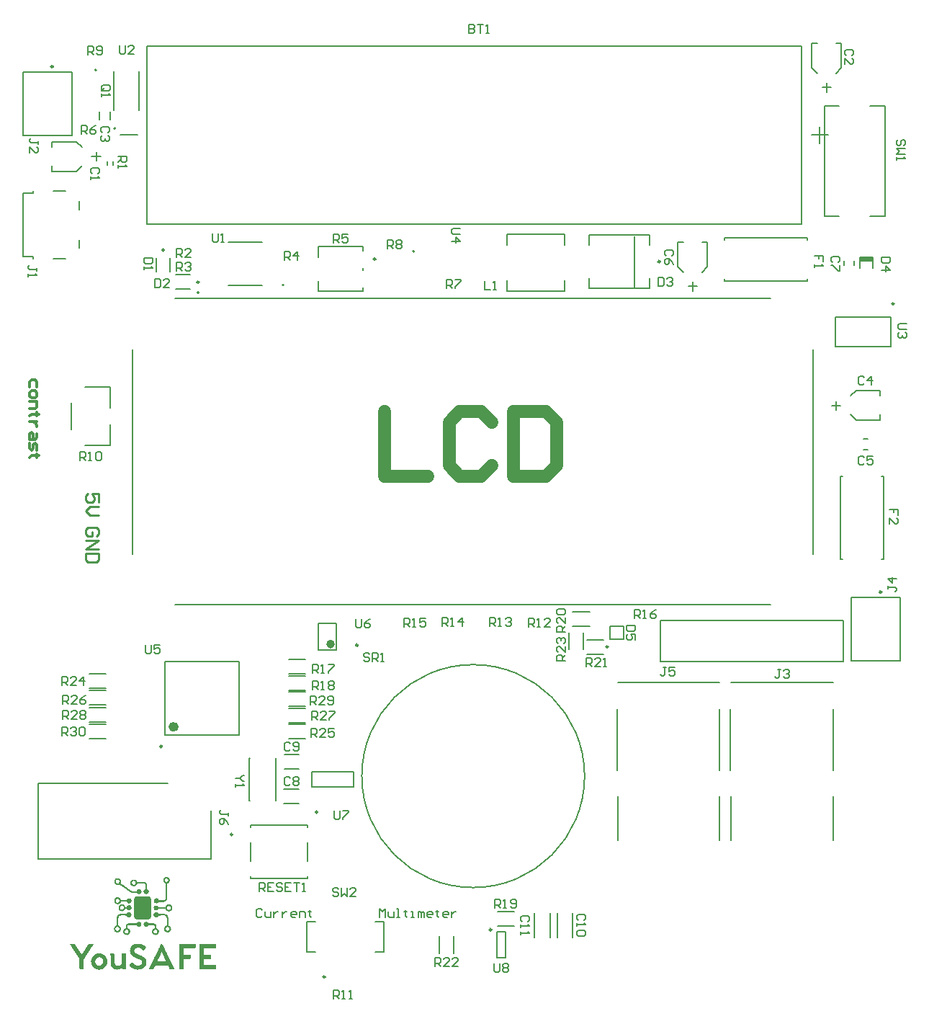
<source format=gto>
G04*
G04 #@! TF.GenerationSoftware,Altium Limited,Altium Designer,24.7.2 (38)*
G04*
G04 Layer_Color=65535*
%FSLAX44Y44*%
%MOMM*%
G71*
G04*
G04 #@! TF.SameCoordinates,3EB35486-9304-4E7F-AAB6-153DF52DCD65*
G04*
G04*
G04 #@! TF.FilePolarity,Positive*
G04*
G01*
G75*
%ADD10C,0.2000*%
%ADD11C,0.2500*%
%ADD12C,0.6000*%
%ADD13C,0.5000*%
%ADD14C,0.1270*%
%ADD15C,0.1500*%
%ADD16C,0.1524*%
%ADD17C,0.3048*%
%ADD18C,0.2032*%
%ADD19C,0.2540*%
%ADD20C,1.5240*%
%ADD21R,1.5870X0.5080*%
G36*
X170892Y168271D02*
X171420D01*
Y168095D01*
X172125D01*
Y167919D01*
X172301D01*
Y167743D01*
X172653D01*
Y167567D01*
X172829D01*
Y167391D01*
X173181D01*
Y167038D01*
X173358D01*
Y166862D01*
X173534D01*
Y166510D01*
X173710D01*
Y166334D01*
X173886D01*
Y165806D01*
X174062D01*
Y165101D01*
X174238D01*
Y164045D01*
X174062D01*
Y163164D01*
X173886D01*
Y162988D01*
X173710D01*
Y162636D01*
X173534D01*
Y162283D01*
X173358D01*
Y162107D01*
X173181D01*
Y161931D01*
X173005D01*
Y161755D01*
X172829D01*
Y161579D01*
X172653D01*
Y161403D01*
X172477D01*
Y161227D01*
X171949D01*
Y161051D01*
X171772D01*
Y160875D01*
X171420D01*
Y160698D01*
X171244D01*
Y144144D01*
X171068D01*
Y142206D01*
X170892D01*
Y141854D01*
X170716D01*
Y141502D01*
X170540D01*
Y141150D01*
X170364D01*
Y140798D01*
X170187D01*
Y140622D01*
X170011D01*
Y140445D01*
X169835D01*
Y140269D01*
X169483D01*
Y139917D01*
X168955D01*
Y139741D01*
X168778D01*
Y139565D01*
X168074D01*
Y139389D01*
X167546D01*
Y139213D01*
X161206D01*
Y139037D01*
X161029D01*
Y138860D01*
X160854D01*
Y138684D01*
X160677D01*
Y138332D01*
X160501D01*
Y138156D01*
X160325D01*
Y137980D01*
X159797D01*
Y137804D01*
X159445D01*
Y137628D01*
X158740D01*
Y137451D01*
X157859D01*
Y137628D01*
X157155D01*
Y137804D01*
X156803D01*
Y137980D01*
X156627D01*
Y138156D01*
X156274D01*
Y138332D01*
X156098D01*
Y138684D01*
X155922D01*
Y138860D01*
X155746D01*
Y139389D01*
X155570D01*
Y139917D01*
X155394D01*
Y140974D01*
X155570D01*
Y141678D01*
X155746D01*
Y142030D01*
X155922D01*
Y142206D01*
X156098D01*
Y142559D01*
X156274D01*
Y142735D01*
X156451D01*
Y142911D01*
X156627D01*
Y143087D01*
X156979D01*
Y143263D01*
X157155D01*
Y143439D01*
X158036D01*
Y143615D01*
X158916D01*
Y143439D01*
X159621D01*
Y143263D01*
X159973D01*
Y143087D01*
X160325D01*
Y142911D01*
X160501D01*
Y142735D01*
X160677D01*
Y142559D01*
X160854D01*
Y142383D01*
X161029D01*
Y142030D01*
X161206D01*
Y141678D01*
X161382D01*
Y141326D01*
X161558D01*
Y141150D01*
X167546D01*
Y141326D01*
X168074D01*
Y141502D01*
X168250D01*
Y141678D01*
X168602D01*
Y142030D01*
X168778D01*
Y142206D01*
X168955D01*
Y142735D01*
X169131D01*
Y142911D01*
X169307D01*
Y160875D01*
X169131D01*
Y161051D01*
X168778D01*
Y161227D01*
X168426D01*
Y161403D01*
X168250D01*
Y161579D01*
X168074D01*
Y161755D01*
X167722D01*
Y161931D01*
X167546D01*
Y162107D01*
X167370D01*
Y162283D01*
X167194D01*
Y162636D01*
X167017D01*
Y162988D01*
X166841D01*
Y163516D01*
X166665D01*
Y165453D01*
X166841D01*
Y166158D01*
X167017D01*
Y166510D01*
X167194D01*
Y166686D01*
X167370D01*
Y166862D01*
X167546D01*
Y167215D01*
X167722D01*
Y167391D01*
X167898D01*
Y167567D01*
X168074D01*
Y167743D01*
X168426D01*
Y167919D01*
X168778D01*
Y168095D01*
X169131D01*
Y168271D01*
X169307D01*
Y168095D01*
X169483D01*
Y168271D01*
X169835D01*
Y168447D01*
X170892D01*
Y168271D01*
D02*
G37*
G36*
X132147Y165453D02*
X133204D01*
Y165277D01*
X133380D01*
Y165101D01*
X133732D01*
Y164925D01*
X134084D01*
Y164749D01*
X134437D01*
Y164573D01*
X134613D01*
Y164221D01*
X134789D01*
Y164045D01*
X135141D01*
Y163692D01*
X135317D01*
Y163516D01*
X135493D01*
Y163164D01*
X135669D01*
Y162636D01*
X135845D01*
Y162460D01*
X136021D01*
Y162283D01*
X145356D01*
Y162107D01*
X145532D01*
Y161931D01*
X145884D01*
Y161755D01*
X146060D01*
Y161579D01*
X146236D01*
Y161403D01*
X146588D01*
Y161051D01*
X146764D01*
Y160698D01*
X146940D01*
Y160522D01*
X147117D01*
Y158761D01*
X147293D01*
Y156648D01*
X147117D01*
Y154358D01*
X147293D01*
Y154182D01*
X147645D01*
Y154006D01*
X147821D01*
Y153830D01*
X148173D01*
Y153654D01*
X148349D01*
Y153478D01*
X148525D01*
Y153302D01*
X148702D01*
Y153125D01*
X148878D01*
Y152949D01*
X149054D01*
Y152421D01*
X149230D01*
Y152245D01*
X149406D01*
Y151893D01*
X149230D01*
Y151717D01*
X149406D01*
Y150836D01*
X149230D01*
Y150132D01*
X149054D01*
Y149779D01*
X148878D01*
Y149427D01*
X148702D01*
Y149251D01*
X148525D01*
Y149075D01*
X148349D01*
Y148899D01*
X148173D01*
Y148723D01*
X147645D01*
Y148547D01*
X147469D01*
Y148371D01*
X145179D01*
Y148547D01*
X145003D01*
Y148723D01*
X144827D01*
Y148899D01*
X144475D01*
Y149075D01*
X144299D01*
Y149251D01*
X144123D01*
Y149427D01*
X143947D01*
Y149603D01*
X143771D01*
Y149956D01*
X143594D01*
Y150836D01*
X143418D01*
Y151188D01*
X143242D01*
Y151540D01*
X143418D01*
Y152245D01*
X143594D01*
Y152773D01*
X143771D01*
Y152949D01*
X143947D01*
Y153302D01*
X144123D01*
Y153478D01*
X144299D01*
Y153654D01*
X144651D01*
Y153830D01*
X144827D01*
Y154006D01*
X145003D01*
Y154182D01*
X145356D01*
Y159642D01*
X145179D01*
Y159994D01*
X145003D01*
Y160170D01*
X144651D01*
Y160346D01*
X144475D01*
Y160522D01*
X136021D01*
Y160346D01*
X135845D01*
Y160170D01*
X135669D01*
Y159818D01*
X135493D01*
Y159466D01*
X135317D01*
Y159113D01*
X135141D01*
Y158937D01*
X134965D01*
Y158761D01*
X134789D01*
Y158585D01*
X134613D01*
Y158409D01*
X134437D01*
Y158233D01*
X134260D01*
Y158057D01*
X133908D01*
Y157881D01*
X133556D01*
Y157704D01*
X133204D01*
Y157528D01*
X131971D01*
Y157352D01*
X131266D01*
Y157528D01*
X130562D01*
Y157704D01*
X130034D01*
Y157881D01*
X129858D01*
Y158057D01*
X129329D01*
Y158233D01*
X129153D01*
Y158409D01*
X128977D01*
Y158585D01*
X128801D01*
Y158761D01*
X128625D01*
Y159113D01*
X128449D01*
Y159290D01*
X128272D01*
Y159466D01*
X128096D01*
Y159994D01*
X127920D01*
Y160522D01*
X127744D01*
Y162460D01*
X127920D01*
Y162812D01*
X128096D01*
Y163340D01*
X128272D01*
Y163516D01*
X128449D01*
Y163868D01*
X128625D01*
Y164045D01*
X128801D01*
Y164397D01*
X128977D01*
Y164573D01*
X129329D01*
Y164749D01*
X129505D01*
Y164925D01*
X129681D01*
Y165101D01*
X130210D01*
Y165277D01*
X130562D01*
Y165453D01*
X131795D01*
Y165630D01*
X132147D01*
Y165453D01*
D02*
G37*
G36*
X113831Y166862D02*
X114536D01*
Y166686D01*
X114888D01*
Y166510D01*
X115064D01*
Y166334D01*
X115240D01*
Y166158D01*
X115592D01*
Y165982D01*
X115768D01*
Y165630D01*
X116121D01*
Y165277D01*
X116297D01*
Y165101D01*
X116473D01*
Y164573D01*
X116649D01*
Y164221D01*
X116825D01*
Y163164D01*
X117001D01*
Y162812D01*
X116825D01*
Y162107D01*
X116649D01*
Y161403D01*
X116473D01*
Y160875D01*
X116649D01*
Y160698D01*
X117001D01*
Y160346D01*
X117353D01*
Y160170D01*
X117530D01*
Y159994D01*
X118058D01*
Y159642D01*
X118410D01*
Y159466D01*
X118586D01*
Y159290D01*
X118939D01*
Y159113D01*
X119115D01*
Y158937D01*
X119467D01*
Y158761D01*
X119819D01*
Y158409D01*
X120171D01*
Y158233D01*
X120524D01*
Y158057D01*
X120700D01*
Y157881D01*
X120876D01*
Y157704D01*
X121228D01*
Y157528D01*
X121404D01*
Y157352D01*
X121756D01*
Y157176D01*
X121932D01*
Y157000D01*
X122285D01*
Y156824D01*
X122461D01*
Y156648D01*
X122637D01*
Y156472D01*
X122813D01*
Y156296D01*
X123165D01*
Y156119D01*
X123341D01*
Y155943D01*
X123517D01*
Y155767D01*
X123870D01*
Y155591D01*
X124222D01*
Y155415D01*
X124398D01*
Y155239D01*
X124574D01*
Y155063D01*
X124926D01*
Y154887D01*
X125102D01*
Y154711D01*
X125279D01*
Y154534D01*
X125631D01*
Y154358D01*
X125983D01*
Y154182D01*
X126159D01*
Y154006D01*
X126335D01*
Y153830D01*
X126687D01*
Y153654D01*
X126864D01*
Y153478D01*
X127040D01*
Y153302D01*
X127392D01*
Y153125D01*
X127744D01*
Y152949D01*
X127920D01*
Y152773D01*
X128096D01*
Y152597D01*
X128449D01*
Y152421D01*
X128625D01*
Y152245D01*
X129153D01*
Y152069D01*
X129505D01*
Y151893D01*
X130914D01*
Y151717D01*
X131090D01*
Y151893D01*
X131971D01*
Y151717D01*
X134613D01*
Y151893D01*
X134965D01*
Y152069D01*
X135141D01*
Y152597D01*
X135317D01*
Y152773D01*
X135493D01*
Y153125D01*
X135669D01*
Y153302D01*
X135845D01*
Y153478D01*
X136021D01*
Y153654D01*
X136198D01*
Y153830D01*
X136550D01*
Y154006D01*
X136902D01*
Y154182D01*
X138839D01*
Y154006D01*
X139368D01*
Y153830D01*
X139544D01*
Y153654D01*
X139896D01*
Y153478D01*
X140072D01*
Y153302D01*
X140248D01*
Y152949D01*
X140424D01*
Y152773D01*
X140600D01*
Y152597D01*
X140777D01*
Y151893D01*
X140953D01*
Y150836D01*
X140777D01*
Y149956D01*
X140600D01*
Y149603D01*
X140424D01*
Y149427D01*
X140248D01*
Y149251D01*
X140072D01*
Y149075D01*
X139896D01*
Y148899D01*
X139720D01*
Y148723D01*
X139544D01*
Y148547D01*
X139192D01*
Y148371D01*
X138487D01*
Y148194D01*
X138311D01*
Y148371D01*
X138135D01*
Y148194D01*
X137606D01*
Y148371D01*
X136726D01*
Y148547D01*
X136374D01*
Y148723D01*
X136198D01*
Y148899D01*
X136021D01*
Y149075D01*
X135845D01*
Y149251D01*
X135493D01*
Y149603D01*
X135317D01*
Y149779D01*
X134965D01*
Y149956D01*
X130210D01*
Y150132D01*
X129858D01*
Y149956D01*
X129681D01*
Y150132D01*
X128977D01*
Y150308D01*
X128625D01*
Y150484D01*
X128272D01*
Y150660D01*
X127920D01*
Y150836D01*
X127568D01*
Y151012D01*
X127216D01*
Y151188D01*
X127040D01*
Y151364D01*
X126687D01*
Y151540D01*
X126511D01*
Y151717D01*
X126159D01*
Y151893D01*
X125983D01*
Y152069D01*
X125631D01*
Y152245D01*
X125455D01*
Y152421D01*
X125102D01*
Y152597D01*
X124926D01*
Y152773D01*
X124574D01*
Y152949D01*
X124398D01*
Y153125D01*
X124046D01*
Y153302D01*
X123870D01*
Y153478D01*
X123517D01*
Y153654D01*
X123341D01*
Y153830D01*
X122989D01*
Y154006D01*
X122813D01*
Y154182D01*
X122637D01*
Y154358D01*
X122461D01*
Y154534D01*
X122108D01*
Y154711D01*
X121932D01*
Y154887D01*
X121756D01*
Y155063D01*
X121404D01*
Y155239D01*
X121228D01*
Y155415D01*
X120876D01*
Y155591D01*
X120700D01*
Y155767D01*
X120347D01*
Y155943D01*
X120171D01*
Y156119D01*
X119995D01*
Y156296D01*
X119819D01*
Y156472D01*
X119291D01*
Y156648D01*
X119115D01*
Y156824D01*
X118939D01*
Y157000D01*
X118762D01*
Y157176D01*
X118234D01*
Y157352D01*
X118058D01*
Y157528D01*
X117882D01*
Y157704D01*
X117530D01*
Y157881D01*
X117353D01*
Y158057D01*
X117177D01*
Y158233D01*
X116825D01*
Y158409D01*
X116473D01*
Y158585D01*
X116297D01*
Y158761D01*
X116121D01*
Y158937D01*
X115944D01*
Y159113D01*
X115592D01*
Y159290D01*
X115416D01*
Y159466D01*
X114360D01*
Y159290D01*
X114007D01*
Y159113D01*
X112951D01*
Y158937D01*
X112598D01*
Y159113D01*
X111542D01*
Y159290D01*
X111013D01*
Y159466D01*
X110661D01*
Y159642D01*
X110485D01*
Y159818D01*
X110133D01*
Y159994D01*
X109957D01*
Y160170D01*
X109781D01*
Y160346D01*
X109605D01*
Y160522D01*
X109428D01*
Y160875D01*
X109252D01*
Y161227D01*
X109076D01*
Y161403D01*
X108900D01*
Y162283D01*
X108724D01*
Y164045D01*
X108900D01*
Y164749D01*
X109076D01*
Y164925D01*
X109252D01*
Y165101D01*
X109428D01*
Y165453D01*
X109605D01*
Y165806D01*
X109781D01*
Y165982D01*
X109957D01*
Y166158D01*
X110133D01*
Y166334D01*
X110485D01*
Y166510D01*
X110837D01*
Y166686D01*
X111189D01*
Y166862D01*
X111542D01*
Y167038D01*
X113831D01*
Y166862D01*
D02*
G37*
G36*
X113127Y144496D02*
X114183D01*
Y144320D01*
X114360D01*
Y144144D01*
X114888D01*
Y143968D01*
X115064D01*
Y143792D01*
X115416D01*
Y143615D01*
X115592D01*
Y143439D01*
X115768D01*
Y143263D01*
X115944D01*
Y143087D01*
X116121D01*
Y142911D01*
X116297D01*
Y142559D01*
X116473D01*
Y142206D01*
X116649D01*
Y141854D01*
X116825D01*
Y141502D01*
X123341D01*
Y141678D01*
X123517D01*
Y141854D01*
X123694D01*
Y142383D01*
X123870D01*
Y142559D01*
X124046D01*
Y142735D01*
X124222D01*
Y142911D01*
X124398D01*
Y143087D01*
X124926D01*
Y143263D01*
X125102D01*
Y143439D01*
X127216D01*
Y143263D01*
X127568D01*
Y143087D01*
X127920D01*
Y142911D01*
X128272D01*
Y142559D01*
X128449D01*
Y142383D01*
X128625D01*
Y142206D01*
X128801D01*
Y141854D01*
X128977D01*
Y141502D01*
X129153D01*
Y140622D01*
X129329D01*
Y140445D01*
X129153D01*
Y139389D01*
X128977D01*
Y139037D01*
X128801D01*
Y138860D01*
X128625D01*
Y138508D01*
X128449D01*
Y138332D01*
X128272D01*
Y138156D01*
X127920D01*
Y137980D01*
X127744D01*
Y137804D01*
X127392D01*
Y137628D01*
X126687D01*
Y137451D01*
X125631D01*
Y137628D01*
X125102D01*
Y137804D01*
X124574D01*
Y137980D01*
X124398D01*
Y138156D01*
X124222D01*
Y138332D01*
X124046D01*
Y138508D01*
X123870D01*
Y138684D01*
X123694D01*
Y139037D01*
X123517D01*
Y139389D01*
X123341D01*
Y139565D01*
X117001D01*
Y139389D01*
X116825D01*
Y139213D01*
X116649D01*
Y138684D01*
X116473D01*
Y138332D01*
X116297D01*
Y138156D01*
X116121D01*
Y137804D01*
X115944D01*
Y137628D01*
X115768D01*
Y137451D01*
X115592D01*
Y137275D01*
X115416D01*
Y137099D01*
X115064D01*
Y136923D01*
X114712D01*
Y136747D01*
X114536D01*
Y136571D01*
X113303D01*
Y136395D01*
X112246D01*
Y136571D01*
X111366D01*
Y136747D01*
X111013D01*
Y136923D01*
X110661D01*
Y137099D01*
X110485D01*
Y137275D01*
X110309D01*
Y137451D01*
X110133D01*
Y137628D01*
X109957D01*
Y137804D01*
X109781D01*
Y137980D01*
X109605D01*
Y138156D01*
X109428D01*
Y138508D01*
X109252D01*
Y138684D01*
X109076D01*
Y139037D01*
X108900D01*
Y139741D01*
X108724D01*
Y141150D01*
X108900D01*
Y141854D01*
X109076D01*
Y142383D01*
X109252D01*
Y142735D01*
X109428D01*
Y142911D01*
X109605D01*
Y143087D01*
X109781D01*
Y143439D01*
X110133D01*
Y143792D01*
X110485D01*
Y143968D01*
X110661D01*
Y144144D01*
X111013D01*
Y144320D01*
X111542D01*
Y144496D01*
X112774D01*
Y144672D01*
X113127D01*
Y144496D01*
D02*
G37*
G36*
X173886Y136043D02*
X174414D01*
Y135866D01*
X174766D01*
Y135690D01*
X175119D01*
Y135514D01*
X175295D01*
Y135338D01*
X175647D01*
Y135162D01*
X175823D01*
Y134986D01*
X175999D01*
Y134810D01*
X176175D01*
Y134458D01*
X176351D01*
Y134281D01*
X176528D01*
Y133929D01*
X176704D01*
Y133753D01*
X176880D01*
Y132872D01*
X177056D01*
Y131287D01*
X176880D01*
Y130583D01*
X176704D01*
Y130231D01*
X176528D01*
Y129879D01*
X176351D01*
Y129703D01*
X176175D01*
Y129350D01*
X175999D01*
Y129174D01*
X175823D01*
Y128998D01*
X175647D01*
Y128822D01*
X175471D01*
Y128646D01*
X175295D01*
Y128470D01*
X174766D01*
Y128294D01*
X174590D01*
Y128117D01*
X171596D01*
Y128294D01*
X171244D01*
Y128470D01*
X170892D01*
Y128646D01*
X170716D01*
Y128822D01*
X170540D01*
Y128998D01*
X170187D01*
Y129174D01*
X170011D01*
Y129350D01*
X169835D01*
Y129526D01*
X169659D01*
Y129703D01*
Y129879D01*
X169483D01*
Y130231D01*
X169307D01*
Y130583D01*
X169131D01*
Y130935D01*
X168955D01*
Y131111D01*
X161029D01*
Y130935D01*
X160854D01*
Y130583D01*
X160677D01*
Y130231D01*
X160501D01*
Y130055D01*
X160325D01*
Y129879D01*
X160149D01*
Y129703D01*
X159973D01*
Y129526D01*
X159621D01*
Y129350D01*
X159268D01*
Y129174D01*
X158212D01*
Y128998D01*
X158036D01*
Y129174D01*
X156979D01*
Y129350D01*
X156803D01*
Y129526D01*
X156627D01*
Y129703D01*
X156274D01*
Y129879D01*
X156098D01*
Y130055D01*
X155922D01*
Y130231D01*
X155746D01*
Y130583D01*
X155570D01*
Y130759D01*
X155394D01*
Y131640D01*
X155218D01*
Y132696D01*
X155394D01*
Y133401D01*
X155570D01*
Y133577D01*
X155746D01*
Y133929D01*
X155922D01*
Y134105D01*
X156098D01*
Y134281D01*
X156274D01*
Y134458D01*
X156451D01*
Y134634D01*
X156803D01*
Y134810D01*
X156979D01*
Y134986D01*
X158036D01*
Y135162D01*
X158212D01*
Y134986D01*
X159445D01*
Y134810D01*
X159621D01*
Y134634D01*
X159973D01*
Y134458D01*
X160149D01*
Y134281D01*
X160325D01*
Y134105D01*
X160677D01*
Y133753D01*
X160854D01*
Y133401D01*
X161029D01*
Y133225D01*
X161206D01*
Y133049D01*
X168778D01*
Y133225D01*
X168955D01*
Y133401D01*
X169131D01*
Y133753D01*
X169307D01*
Y134105D01*
X169483D01*
Y134458D01*
X169659D01*
Y134634D01*
X169835D01*
Y134810D01*
X170011D01*
Y134986D01*
X170187D01*
Y135162D01*
X170364D01*
Y135338D01*
X170716D01*
Y135514D01*
X170892D01*
Y135690D01*
X171244D01*
Y135866D01*
X171596D01*
Y136043D01*
X172653D01*
Y136219D01*
X173886D01*
Y136043D01*
D02*
G37*
G36*
X118586Y136219D02*
X119291D01*
Y136043D01*
X119643D01*
Y135866D01*
X119995D01*
Y135690D01*
X120347D01*
Y135514D01*
X120524D01*
Y135338D01*
X120700D01*
Y135162D01*
X120876D01*
Y134986D01*
X121052D01*
Y134810D01*
X121228D01*
Y134458D01*
X121404D01*
Y134105D01*
X121580D01*
Y133753D01*
X121756D01*
Y133401D01*
X122108D01*
Y133225D01*
X123165D01*
Y133401D01*
X123341D01*
Y133577D01*
X123517D01*
Y133753D01*
X123694D01*
Y134105D01*
X123870D01*
Y134281D01*
X124046D01*
Y134458D01*
X124222D01*
Y134634D01*
X124398D01*
Y134810D01*
X124574D01*
Y134986D01*
X125102D01*
Y135162D01*
X125455D01*
Y135338D01*
X127040D01*
Y135162D01*
X127392D01*
Y134986D01*
X127744D01*
Y134810D01*
X127920D01*
Y134634D01*
X128272D01*
Y134458D01*
X128449D01*
Y134281D01*
X128625D01*
Y133929D01*
X128801D01*
Y133753D01*
X128977D01*
Y133225D01*
X129153D01*
Y132520D01*
X129329D01*
Y132344D01*
X129153D01*
Y131111D01*
X128977D01*
Y130935D01*
X128801D01*
Y130583D01*
X128625D01*
Y130407D01*
X128449D01*
Y130231D01*
X128272D01*
Y130055D01*
X128096D01*
Y129879D01*
X127920D01*
Y129703D01*
X127568D01*
Y129526D01*
X127040D01*
Y129350D01*
X126335D01*
Y129174D01*
X125983D01*
Y129350D01*
X125279D01*
Y129526D01*
X124926D01*
Y129703D01*
X124574D01*
Y129879D01*
X124222D01*
Y130055D01*
X124046D01*
Y130407D01*
X123870D01*
Y130583D01*
X123694D01*
Y130935D01*
X123517D01*
Y131287D01*
X123165D01*
Y131464D01*
X122285D01*
Y131287D01*
X121932D01*
Y131111D01*
X121756D01*
Y130759D01*
X121580D01*
Y130407D01*
X121404D01*
Y130055D01*
X121228D01*
Y129879D01*
X121052D01*
Y129703D01*
X120876D01*
Y129350D01*
X120524D01*
Y128998D01*
X120171D01*
Y128822D01*
X119819D01*
Y128646D01*
X119643D01*
Y128470D01*
X118939D01*
Y128294D01*
X118234D01*
Y128117D01*
X117353D01*
Y128294D01*
X116649D01*
Y128470D01*
X116121D01*
Y128646D01*
X115768D01*
Y128822D01*
X115592D01*
Y128998D01*
X115416D01*
Y129174D01*
X115064D01*
Y129350D01*
X114888D01*
Y129703D01*
X114712D01*
Y129879D01*
X114536D01*
Y130055D01*
X114360D01*
Y130407D01*
X114183D01*
Y130935D01*
X114007D01*
Y131111D01*
X113831D01*
Y133401D01*
X114007D01*
Y133753D01*
X114183D01*
Y134281D01*
X114360D01*
Y134458D01*
X114536D01*
Y134810D01*
X114712D01*
Y134986D01*
X114888D01*
Y135338D01*
X115240D01*
Y135514D01*
X115416D01*
Y135690D01*
X115768D01*
Y135866D01*
X115944D01*
Y136043D01*
X116473D01*
Y136219D01*
X117001D01*
Y136395D01*
X118586D01*
Y136219D01*
D02*
G37*
G36*
X126511Y126885D02*
X127392D01*
Y126708D01*
X127568D01*
Y126532D01*
X127920D01*
Y126356D01*
X128096D01*
Y126180D01*
X128272D01*
Y126004D01*
X128449D01*
Y125828D01*
X128625D01*
Y125652D01*
X128801D01*
Y125124D01*
X128977D01*
Y124595D01*
X129153D01*
Y123715D01*
X128977D01*
Y122834D01*
X128801D01*
Y122482D01*
X128625D01*
Y122306D01*
X128449D01*
Y122130D01*
X128272D01*
Y121777D01*
X127920D01*
Y121601D01*
X127744D01*
Y121425D01*
X127392D01*
Y121249D01*
X127040D01*
Y121073D01*
X125102D01*
Y121249D01*
X124750D01*
Y121425D01*
X124398D01*
Y121601D01*
X124046D01*
Y121777D01*
X123870D01*
Y121953D01*
X123694D01*
Y122306D01*
X123517D01*
Y122482D01*
X123341D01*
Y122834D01*
X123165D01*
Y123010D01*
X122108D01*
Y123186D01*
X116473D01*
Y123010D01*
X115240D01*
Y122834D01*
X115064D01*
Y122658D01*
X114888D01*
Y122482D01*
X114536D01*
Y122306D01*
X114360D01*
Y121953D01*
X114183D01*
Y121601D01*
X114007D01*
Y120897D01*
X113831D01*
Y120368D01*
X113655D01*
Y111563D01*
X113831D01*
Y111387D01*
X114007D01*
Y111211D01*
X114183D01*
Y111034D01*
X114712D01*
Y110858D01*
X114888D01*
Y110682D01*
X115240D01*
Y110506D01*
X115416D01*
Y110330D01*
X115592D01*
Y110154D01*
X115768D01*
Y109978D01*
X115944D01*
Y109802D01*
X116121D01*
Y109449D01*
X116297D01*
Y109097D01*
X116473D01*
Y108745D01*
X116649D01*
Y108569D01*
X116473D01*
Y108393D01*
X116649D01*
Y106455D01*
X116473D01*
Y105927D01*
X116297D01*
Y105751D01*
X116121D01*
Y105223D01*
X115944D01*
Y105047D01*
X115768D01*
Y104694D01*
X115592D01*
Y104518D01*
X115416D01*
Y104342D01*
X115240D01*
Y104166D01*
X114888D01*
Y103990D01*
X114712D01*
Y103814D01*
X114360D01*
Y103638D01*
X114007D01*
Y103462D01*
X113127D01*
Y103286D01*
X112070D01*
Y103462D01*
X111366D01*
Y103638D01*
X110837D01*
Y103814D01*
X110485D01*
Y103990D01*
X110133D01*
Y104166D01*
X109957D01*
Y104342D01*
X109605D01*
Y104518D01*
X109428D01*
Y104871D01*
X109252D01*
Y105223D01*
X109076D01*
Y105399D01*
X108900D01*
Y105751D01*
X108724D01*
Y106279D01*
X108548D01*
Y107160D01*
X108372D01*
Y107512D01*
X108548D01*
Y108745D01*
X108724D01*
Y109097D01*
X108900D01*
Y109449D01*
X109076D01*
Y109802D01*
X109252D01*
Y109978D01*
X109428D01*
Y110330D01*
X109781D01*
Y110506D01*
X109957D01*
Y110682D01*
X110133D01*
Y110858D01*
X110309D01*
Y111034D01*
X110837D01*
Y111211D01*
X111189D01*
Y111387D01*
X111542D01*
Y111563D01*
X111718D01*
Y116318D01*
Y116494D01*
Y119312D01*
X111894D01*
Y121425D01*
X112070D01*
Y121953D01*
X112246D01*
Y122482D01*
X112422D01*
Y122658D01*
X112598D01*
Y123186D01*
X112774D01*
Y123362D01*
X112951D01*
Y123539D01*
X113127D01*
Y123715D01*
X113303D01*
Y123891D01*
X113479D01*
Y124067D01*
X113655D01*
Y124243D01*
X114007D01*
Y124419D01*
X114183D01*
Y124595D01*
X114712D01*
Y124771D01*
X115416D01*
Y124947D01*
X116297D01*
Y125124D01*
X123341D01*
Y125476D01*
X123517D01*
Y125652D01*
X123694D01*
Y126004D01*
X123870D01*
Y126180D01*
X124046D01*
Y126356D01*
X124222D01*
Y126532D01*
X124574D01*
Y126708D01*
X124750D01*
Y126885D01*
X125807D01*
Y127061D01*
X126511D01*
Y126885D01*
D02*
G37*
G36*
X148878Y145553D02*
X149406D01*
Y145377D01*
X149934D01*
Y145200D01*
X150287D01*
Y145024D01*
X150463D01*
Y144848D01*
X150815D01*
Y144672D01*
X150991D01*
Y144496D01*
X151167D01*
Y144320D01*
X151343D01*
Y144144D01*
X151519D01*
Y143968D01*
X151696D01*
Y143615D01*
X151872D01*
Y143263D01*
X152048D01*
Y143087D01*
X152224D01*
Y142206D01*
X152400D01*
Y121953D01*
X152224D01*
Y121249D01*
X152048D01*
Y120897D01*
X151872D01*
Y120545D01*
X151696D01*
Y120192D01*
X151519D01*
Y120016D01*
X151343D01*
Y119840D01*
X151167D01*
Y119664D01*
X150991D01*
Y119488D01*
X150815D01*
Y119312D01*
X150463D01*
Y119136D01*
X150287D01*
Y118960D01*
X149758D01*
Y118783D01*
X149582D01*
Y118607D01*
X148173D01*
Y118431D01*
X136198D01*
Y118607D01*
X134965D01*
Y118783D01*
X134613D01*
Y118960D01*
X134084D01*
Y119136D01*
X133908D01*
Y119312D01*
X133556D01*
Y119488D01*
X133380D01*
Y119664D01*
X133204D01*
Y119840D01*
X133027D01*
Y120016D01*
X132851D01*
Y120368D01*
X132675D01*
Y120545D01*
X132499D01*
Y120897D01*
X132323D01*
Y121249D01*
X132147D01*
Y122130D01*
X131971D01*
Y136923D01*
Y137099D01*
Y142206D01*
X132147D01*
Y142911D01*
X132323D01*
Y143263D01*
X132499D01*
Y143615D01*
X132675D01*
Y143792D01*
X132851D01*
Y144144D01*
X133027D01*
Y144320D01*
X133204D01*
Y144496D01*
X133380D01*
Y144672D01*
X133556D01*
Y144848D01*
X133908D01*
Y145024D01*
X134084D01*
Y145200D01*
X134437D01*
Y145377D01*
X134965D01*
Y145553D01*
X135493D01*
Y145729D01*
X148878D01*
Y145553D01*
D02*
G37*
G36*
X138839Y115613D02*
X139192D01*
Y115437D01*
X139544D01*
Y115261D01*
X139720D01*
Y115085D01*
X140072D01*
Y114733D01*
X140248D01*
Y114557D01*
X140424D01*
Y114381D01*
X140600D01*
Y114028D01*
X140777D01*
Y112972D01*
X140953D01*
Y112619D01*
X140777D01*
Y111563D01*
X140600D01*
Y111387D01*
X140424D01*
Y111034D01*
X140248D01*
Y110858D01*
X140072D01*
Y110506D01*
X139544D01*
Y110330D01*
X139368D01*
Y110154D01*
X139192D01*
Y109978D01*
X138487D01*
Y109802D01*
X137078D01*
Y109978D01*
X136726D01*
Y110154D01*
X136198D01*
Y110330D01*
X136021D01*
Y110506D01*
X135845D01*
Y110682D01*
X135669D01*
Y110858D01*
X135493D01*
Y111211D01*
X135317D01*
Y111387D01*
X135141D01*
Y111739D01*
X134965D01*
Y111915D01*
X134789D01*
Y112091D01*
X126335D01*
Y111915D01*
X125102D01*
Y111739D01*
X124926D01*
Y111563D01*
X124750D01*
Y111211D01*
X124574D01*
Y110682D01*
X124398D01*
Y108569D01*
X124574D01*
Y108217D01*
X124926D01*
Y108041D01*
X125279D01*
Y107864D01*
X125631D01*
Y107688D01*
X125983D01*
Y107512D01*
X126159D01*
Y107336D01*
X126335D01*
Y107160D01*
X126511D01*
Y106984D01*
X126687D01*
Y106808D01*
X126864D01*
Y106279D01*
X127040D01*
Y106103D01*
X127216D01*
Y105399D01*
X127392D01*
Y104694D01*
X127568D01*
Y103462D01*
X127392D01*
Y103109D01*
X127216D01*
Y102405D01*
X127040D01*
Y102229D01*
X126864D01*
Y101877D01*
X126687D01*
Y101700D01*
X126511D01*
Y101524D01*
X126335D01*
Y101348D01*
X126159D01*
Y101172D01*
X125983D01*
Y100996D01*
X125631D01*
Y100820D01*
X125279D01*
Y100644D01*
X124926D01*
Y100468D01*
X124574D01*
Y100292D01*
X124046D01*
Y100115D01*
X123341D01*
Y100292D01*
X122285D01*
Y100468D01*
X121756D01*
Y100644D01*
X121404D01*
Y100820D01*
X121228D01*
Y100996D01*
X120876D01*
Y101172D01*
X120700D01*
Y101348D01*
X120347D01*
Y101700D01*
X120171D01*
Y102053D01*
X119819D01*
Y102405D01*
X119643D01*
Y102933D01*
X119467D01*
Y103462D01*
X119291D01*
Y105047D01*
X119467D01*
Y105399D01*
X119643D01*
Y106103D01*
X119819D01*
Y106279D01*
X119995D01*
Y106632D01*
X120171D01*
Y106984D01*
X120347D01*
Y107160D01*
X120524D01*
Y107336D01*
X120876D01*
Y107688D01*
X121228D01*
Y107864D01*
X121580D01*
Y108041D01*
X121932D01*
Y108217D01*
X122285D01*
Y108393D01*
X122461D01*
Y108745D01*
X122637D01*
Y111387D01*
X122813D01*
Y111739D01*
X122989D01*
Y112443D01*
X123341D01*
Y112796D01*
X123517D01*
Y112972D01*
X123694D01*
Y113148D01*
X123870D01*
Y113324D01*
X124222D01*
Y113500D01*
X124398D01*
Y113676D01*
X125102D01*
Y113852D01*
X125631D01*
Y114028D01*
X135141D01*
Y114205D01*
X135317D01*
Y114381D01*
X135493D01*
Y114733D01*
X135669D01*
Y114909D01*
X135845D01*
Y115085D01*
X136021D01*
Y115261D01*
X136198D01*
Y115437D01*
X136726D01*
Y115613D01*
X136902D01*
Y115789D01*
X138839D01*
Y115613D01*
D02*
G37*
G36*
X158564Y126885D02*
X159445D01*
Y126708D01*
X159621D01*
Y126532D01*
X159973D01*
Y126356D01*
X160149D01*
Y126180D01*
X160325D01*
Y126004D01*
X160501D01*
Y125828D01*
X160677D01*
Y125300D01*
X160854D01*
Y125124D01*
X167722D01*
Y124947D01*
X168778D01*
Y124771D01*
X169483D01*
Y124595D01*
X169835D01*
Y124419D01*
X170187D01*
Y124243D01*
X170364D01*
Y124067D01*
X170540D01*
Y123891D01*
X170892D01*
Y123539D01*
X171244D01*
Y123186D01*
X171420D01*
Y122834D01*
X171596D01*
Y122658D01*
X171772D01*
Y121953D01*
X171949D01*
Y121777D01*
X172125D01*
Y120721D01*
X172301D01*
Y119488D01*
Y119312D01*
X172477D01*
Y119136D01*
X172301D01*
Y111739D01*
X172477D01*
Y111387D01*
X172829D01*
Y111211D01*
X173181D01*
Y111034D01*
X173710D01*
Y110858D01*
X173886D01*
Y110682D01*
X174062D01*
Y110506D01*
X174238D01*
Y110330D01*
X174590D01*
Y110154D01*
X174766D01*
Y109802D01*
X174942D01*
Y109626D01*
X175119D01*
Y109097D01*
X175295D01*
Y108921D01*
X175471D01*
Y107864D01*
X175647D01*
Y106984D01*
X175471D01*
Y105751D01*
X175295D01*
Y105575D01*
X175119D01*
Y105223D01*
X174942D01*
Y105047D01*
X174766D01*
Y104694D01*
X174590D01*
Y104518D01*
X174414D01*
Y104342D01*
X174238D01*
Y104166D01*
X173886D01*
Y103990D01*
X173710D01*
Y103814D01*
X173181D01*
Y103638D01*
X173005D01*
Y103462D01*
X171949D01*
Y103286D01*
X171420D01*
Y103462D01*
X170187D01*
Y103638D01*
X169835D01*
Y103814D01*
X169483D01*
Y103990D01*
X169131D01*
Y104166D01*
X168955D01*
Y104342D01*
X168778D01*
Y104518D01*
X168602D01*
Y104694D01*
X168426D01*
Y104871D01*
X168250D01*
Y105047D01*
X168074D01*
Y105223D01*
X167898D01*
Y105751D01*
X167722D01*
Y105927D01*
X167546D01*
Y108745D01*
X167722D01*
Y108921D01*
X167898D01*
Y109449D01*
X168074D01*
Y109802D01*
X168250D01*
Y109978D01*
X168426D01*
Y110154D01*
X168602D01*
Y110330D01*
X168778D01*
Y110506D01*
X168955D01*
Y110682D01*
X169131D01*
Y110858D01*
X169483D01*
Y111034D01*
X169835D01*
Y111211D01*
X170187D01*
Y111387D01*
X170364D01*
Y111563D01*
X170540D01*
Y119488D01*
X170364D01*
Y119664D01*
X170540D01*
Y119840D01*
X170364D01*
Y121073D01*
X170187D01*
Y121601D01*
X170011D01*
Y121953D01*
X169835D01*
Y122130D01*
X169659D01*
Y122482D01*
X169483D01*
Y122658D01*
X169131D01*
Y122834D01*
X168778D01*
Y123010D01*
X168074D01*
Y123186D01*
X163495D01*
Y123010D01*
X161029D01*
Y122834D01*
X160854D01*
Y122658D01*
X160677D01*
Y122306D01*
X160501D01*
Y122130D01*
X160325D01*
Y121953D01*
X160149D01*
Y121777D01*
X159973D01*
Y121601D01*
X159797D01*
Y121425D01*
X159445D01*
Y121249D01*
X159092D01*
Y121073D01*
X157155D01*
Y121249D01*
X156803D01*
Y121425D01*
X156451D01*
Y121601D01*
X156274D01*
Y121777D01*
X155922D01*
Y121953D01*
X155746D01*
Y122306D01*
X155570D01*
Y122482D01*
X155394D01*
Y123010D01*
X155218D01*
Y123539D01*
X155042D01*
Y124243D01*
X155218D01*
Y125124D01*
X155394D01*
Y125476D01*
X155570D01*
Y125652D01*
X155746D01*
Y126004D01*
X155922D01*
Y126180D01*
X156098D01*
Y126356D01*
X156274D01*
Y126532D01*
X156627D01*
Y126708D01*
X156803D01*
Y126885D01*
X157683D01*
Y127061D01*
X158564D01*
Y126885D01*
D02*
G37*
G36*
X147469Y115613D02*
X147645D01*
Y115437D01*
X148173D01*
Y115261D01*
X148349D01*
Y115085D01*
X148525D01*
Y114909D01*
X148702D01*
Y114733D01*
X148878D01*
Y114557D01*
X149054D01*
Y114205D01*
X149230D01*
Y114028D01*
X155042D01*
Y113852D01*
X155746D01*
Y113676D01*
X156451D01*
Y113500D01*
X156627D01*
Y113324D01*
X156979D01*
Y113148D01*
X157155D01*
Y112972D01*
X157331D01*
Y112796D01*
X157507D01*
Y112619D01*
X157683D01*
Y112443D01*
X157859D01*
Y111739D01*
X158036D01*
Y111387D01*
X158212D01*
Y108393D01*
X158388D01*
Y108217D01*
X158740D01*
Y108041D01*
X159268D01*
Y107864D01*
X159445D01*
Y107688D01*
X159797D01*
Y107512D01*
X159973D01*
Y107336D01*
X160149D01*
Y107160D01*
X160325D01*
Y106984D01*
X160501D01*
Y106808D01*
X160677D01*
Y106632D01*
X160854D01*
Y106279D01*
X161029D01*
Y105927D01*
X161206D01*
Y105399D01*
X161382D01*
Y103286D01*
X161206D01*
Y102933D01*
X161029D01*
Y102405D01*
X160854D01*
Y102053D01*
X160677D01*
Y101877D01*
X160501D01*
Y101700D01*
X160325D01*
Y101348D01*
X159973D01*
Y100996D01*
X159621D01*
Y100820D01*
X159268D01*
Y100644D01*
X159092D01*
Y100468D01*
X158388D01*
Y100292D01*
X157859D01*
Y100115D01*
X157155D01*
Y100292D01*
X156098D01*
Y100468D01*
X155570D01*
Y100644D01*
X155218D01*
Y100820D01*
X155042D01*
Y100996D01*
X154690D01*
Y101172D01*
X154513D01*
Y101348D01*
X154337D01*
Y101524D01*
X154161D01*
Y101877D01*
X153985D01*
Y102053D01*
X153809D01*
Y102229D01*
X153633D01*
Y102581D01*
X153457D01*
Y103109D01*
X153281D01*
Y103638D01*
X153104D01*
Y103814D01*
X153281D01*
Y103990D01*
X153104D01*
Y104694D01*
X153281D01*
Y105399D01*
X153457D01*
Y105927D01*
X153633D01*
Y106279D01*
X153809D01*
Y106632D01*
X153985D01*
Y106984D01*
X154337D01*
Y107336D01*
X154690D01*
Y107688D01*
X155042D01*
Y107864D01*
X155394D01*
Y108041D01*
X155746D01*
Y108217D01*
X156098D01*
Y108569D01*
X156274D01*
Y108745D01*
X156451D01*
Y108921D01*
X156274D01*
Y111034D01*
X156098D01*
Y111387D01*
X155922D01*
Y111563D01*
X155746D01*
Y111739D01*
X155570D01*
Y111915D01*
X154866D01*
Y112091D01*
X149582D01*
Y111915D01*
X149406D01*
Y111739D01*
X149230D01*
Y111387D01*
X149054D01*
Y111211D01*
X148878D01*
Y110858D01*
X148702D01*
Y110682D01*
X148525D01*
Y110506D01*
X148173D01*
Y110330D01*
X147997D01*
Y110154D01*
X147645D01*
Y109978D01*
X147117D01*
Y109802D01*
X145884D01*
Y109978D01*
X145179D01*
Y110154D01*
X144827D01*
Y110330D01*
X144651D01*
Y110506D01*
X144299D01*
Y110682D01*
X144123D01*
Y110858D01*
X143947D01*
Y111387D01*
X143771D01*
Y111563D01*
X143594D01*
Y112443D01*
X143418D01*
Y113324D01*
X143594D01*
Y114205D01*
X143771D01*
Y114381D01*
X143947D01*
Y114557D01*
X144123D01*
Y114909D01*
X144299D01*
Y115085D01*
X144475D01*
Y115261D01*
X144827D01*
Y115437D01*
X145179D01*
Y115613D01*
X145532D01*
Y115789D01*
X147469D01*
Y115613D01*
D02*
G37*
G36*
X227953Y89901D02*
X228305D01*
Y89725D01*
X228657D01*
Y89549D01*
X228833D01*
Y85322D01*
X228657D01*
Y85146D01*
X228305D01*
Y84970D01*
X214392D01*
Y84794D01*
X214216D01*
Y77221D01*
X221789D01*
Y77045D01*
X222141D01*
Y76869D01*
X222317D01*
Y76516D01*
X222493D01*
Y72818D01*
X222317D01*
Y72290D01*
X221965D01*
Y72113D01*
X214392D01*
Y71937D01*
X214216D01*
Y64893D01*
X228305D01*
Y64717D01*
X228657D01*
Y64541D01*
X228833D01*
Y64364D01*
X228657D01*
Y64188D01*
X228833D01*
Y60314D01*
X228657D01*
Y60138D01*
X228481D01*
Y59962D01*
X209461D01*
Y60138D01*
X209109D01*
Y78806D01*
Y78982D01*
Y89725D01*
X209461D01*
Y89901D01*
X209989D01*
Y90077D01*
X210165D01*
Y89901D01*
X227777D01*
Y90077D01*
X227953D01*
Y89901D01*
D02*
G37*
G36*
X204001D02*
X204353D01*
Y89725D01*
X204706D01*
Y89549D01*
X204882D01*
Y85322D01*
X204706D01*
Y85146D01*
X204353D01*
Y84970D01*
X190617D01*
Y77749D01*
X190441D01*
Y77573D01*
X190617D01*
Y77221D01*
X197837D01*
Y77045D01*
X198190D01*
Y76869D01*
X198366D01*
Y76692D01*
X198542D01*
Y72642D01*
X198366D01*
Y72290D01*
X198190D01*
Y72113D01*
X190617D01*
Y60490D01*
X190441D01*
Y60138D01*
X190264D01*
Y59962D01*
X186390D01*
Y60138D01*
X186038D01*
Y60314D01*
X185861D01*
Y60490D01*
X185685D01*
Y60666D01*
X185509D01*
Y61723D01*
X185333D01*
Y88316D01*
Y88492D01*
Y89549D01*
X185509D01*
Y89725D01*
X185685D01*
Y89901D01*
X186038D01*
Y90077D01*
X186214D01*
Y89901D01*
X203825D01*
Y90077D01*
X204001D01*
Y89901D01*
D02*
G37*
G36*
X84068D02*
X84420D01*
Y89196D01*
X84244D01*
Y88844D01*
X84068D01*
Y88492D01*
X83892D01*
Y88316D01*
X83716D01*
Y88140D01*
X83540D01*
Y87788D01*
X83364D01*
Y87435D01*
X83188D01*
Y87259D01*
X83011D01*
Y86907D01*
X82835D01*
Y86731D01*
X82659D01*
Y86379D01*
X82483D01*
Y86202D01*
X82307D01*
Y85850D01*
X82131D01*
Y85674D01*
X81955D01*
Y85322D01*
X81779D01*
Y85146D01*
X81602D01*
Y84794D01*
X81426D01*
Y84618D01*
X81250D01*
Y84089D01*
X81074D01*
Y83913D01*
X80898D01*
Y83737D01*
X80722D01*
Y83561D01*
X80546D01*
Y83209D01*
X80370D01*
Y82856D01*
X80194D01*
Y82680D01*
X80017D01*
Y82328D01*
X79841D01*
Y82152D01*
X79665D01*
Y81800D01*
X79489D01*
Y81447D01*
X79313D01*
Y81271D01*
X79137D01*
Y81095D01*
X78961D01*
Y80743D01*
X78785D01*
Y80391D01*
X78608D01*
Y80215D01*
X78432D01*
Y80038D01*
X78256D01*
Y79686D01*
X78080D01*
Y79334D01*
X77904D01*
Y78982D01*
X77728D01*
Y78806D01*
X77552D01*
Y78453D01*
X77376D01*
Y78277D01*
X77200D01*
Y77925D01*
X77024D01*
Y77749D01*
X76847D01*
Y77397D01*
X76671D01*
Y77221D01*
X76495D01*
Y76869D01*
X76319D01*
Y76692D01*
X76143D01*
Y76340D01*
X75967D01*
Y76164D01*
X75791D01*
Y75988D01*
X75615D01*
Y75636D01*
X75438D01*
Y75283D01*
X75262D01*
Y75107D01*
X75086D01*
Y74931D01*
X74910D01*
Y74403D01*
X74734D01*
Y74227D01*
X74558D01*
Y73875D01*
X74382D01*
Y73698D01*
X74206D01*
Y73346D01*
X74030D01*
Y73170D01*
X73854D01*
Y72818D01*
X73677D01*
Y72642D01*
X73501D01*
Y72290D01*
X73325D01*
Y72113D01*
X73149D01*
Y60138D01*
X72973D01*
Y59962D01*
X68922D01*
Y60138D01*
X68746D01*
Y60314D01*
X68570D01*
Y60490D01*
X68394D01*
Y60666D01*
X68218D01*
Y61194D01*
X68042D01*
Y72113D01*
X67866D01*
Y72290D01*
X67689D01*
Y72642D01*
X67513D01*
Y72994D01*
X67337D01*
Y73346D01*
X67161D01*
Y73522D01*
X66985D01*
Y73875D01*
X66809D01*
Y74051D01*
X66633D01*
Y74403D01*
X66457D01*
Y74579D01*
X66281D01*
Y74931D01*
X66104D01*
Y75107D01*
X65928D01*
Y75460D01*
X65752D01*
Y75636D01*
X65576D01*
Y75988D01*
X65400D01*
Y76164D01*
X65224D01*
Y76516D01*
X65048D01*
Y76692D01*
X64872D01*
Y77045D01*
X64696D01*
Y77221D01*
X64520D01*
Y77573D01*
X64343D01*
Y77925D01*
X64167D01*
Y78101D01*
X63991D01*
Y78277D01*
X63815D01*
Y78630D01*
X63639D01*
Y78982D01*
X63463D01*
Y79158D01*
X63287D01*
Y79510D01*
X63111D01*
Y79686D01*
X62934D01*
Y80038D01*
X62758D01*
Y80215D01*
X62582D01*
Y80567D01*
X62406D01*
Y80743D01*
X62230D01*
Y81095D01*
X62054D01*
Y81271D01*
X61878D01*
Y81623D01*
X61702D01*
Y81800D01*
X61526D01*
Y82328D01*
X61349D01*
Y82504D01*
X61173D01*
Y82680D01*
X60997D01*
Y83032D01*
X60821D01*
Y83385D01*
X60645D01*
Y83561D01*
X60469D01*
Y83737D01*
X60293D01*
Y84089D01*
X60117D01*
Y84265D01*
X59941D01*
Y84618D01*
X59764D01*
Y84794D01*
X59588D01*
Y85146D01*
X59412D01*
Y85498D01*
X59236D01*
Y85674D01*
X59060D01*
Y85850D01*
X58884D01*
Y86379D01*
X58708D01*
Y86555D01*
X58532D01*
Y86907D01*
X58355D01*
Y87083D01*
X58179D01*
Y87435D01*
X58003D01*
Y87611D01*
X57827D01*
Y87964D01*
X57651D01*
Y88140D01*
X57475D01*
Y88492D01*
X57299D01*
Y88668D01*
X57123D01*
Y89020D01*
X56947D01*
Y89196D01*
X56771D01*
Y89725D01*
X56947D01*
Y89901D01*
X57299D01*
Y90077D01*
X57475D01*
Y89901D01*
X61702D01*
Y90077D01*
X61878D01*
Y89901D01*
X62230D01*
Y89725D01*
X62406D01*
Y89549D01*
X62582D01*
Y89373D01*
X62758D01*
Y89196D01*
X62934D01*
Y88844D01*
X63111D01*
Y88668D01*
X63287D01*
Y88316D01*
X63463D01*
Y88140D01*
X63639D01*
Y87788D01*
X63815D01*
Y87435D01*
X63991D01*
Y87259D01*
X64167D01*
Y87083D01*
X64343D01*
Y86731D01*
X64520D01*
Y86555D01*
X64696D01*
Y86202D01*
X64872D01*
Y86026D01*
X65048D01*
Y85674D01*
X65224D01*
Y85322D01*
X65400D01*
Y84970D01*
X65752D01*
Y84441D01*
X65928D01*
Y84265D01*
X66104D01*
Y83913D01*
X66457D01*
Y83385D01*
X66633D01*
Y83209D01*
X66809D01*
Y82856D01*
X66985D01*
Y82680D01*
X67161D01*
Y82328D01*
X67337D01*
Y82152D01*
X67513D01*
Y81800D01*
X67689D01*
Y81447D01*
X67866D01*
Y81271D01*
X68042D01*
Y81095D01*
X68218D01*
Y80743D01*
X68394D01*
Y80391D01*
X68570D01*
Y80215D01*
X68746D01*
Y79862D01*
X68922D01*
Y79686D01*
X69098D01*
Y79334D01*
X69275D01*
Y79158D01*
X69451D01*
Y78806D01*
X69627D01*
Y78630D01*
X69803D01*
Y78277D01*
X69979D01*
Y78101D01*
X70155D01*
Y77749D01*
X70331D01*
Y77573D01*
X71036D01*
Y78101D01*
X71212D01*
Y78277D01*
X71388D01*
Y78630D01*
X71564D01*
Y78806D01*
X71740D01*
Y79158D01*
X71916D01*
Y79334D01*
X72092D01*
Y79686D01*
X72269D01*
Y79862D01*
X72445D01*
Y80215D01*
X72621D01*
Y80391D01*
X72797D01*
Y80743D01*
X72973D01*
Y81095D01*
X73149D01*
Y81271D01*
X73325D01*
Y81623D01*
X73501D01*
Y81800D01*
X73677D01*
Y82152D01*
X73854D01*
Y82328D01*
X74030D01*
Y82680D01*
X74206D01*
Y82856D01*
X74382D01*
Y83209D01*
X74558D01*
Y83385D01*
X74734D01*
Y83737D01*
X74910D01*
Y83913D01*
X75086D01*
Y84441D01*
X75262D01*
Y84618D01*
X75438D01*
Y84970D01*
X75615D01*
Y85146D01*
X75791D01*
Y85322D01*
X75967D01*
Y85674D01*
X76143D01*
Y86026D01*
X76319D01*
Y86202D01*
X76495D01*
Y86379D01*
X76671D01*
Y86731D01*
X76847D01*
Y87083D01*
X77024D01*
Y87259D01*
X77200D01*
Y87435D01*
X77376D01*
Y87788D01*
X77552D01*
Y88140D01*
X77728D01*
Y88316D01*
X77904D01*
Y88492D01*
X78080D01*
Y89020D01*
X78256D01*
Y89196D01*
X78432D01*
Y89373D01*
X78608D01*
Y89549D01*
X78785D01*
Y89725D01*
X78961D01*
Y89901D01*
X79313D01*
Y90077D01*
X79489D01*
Y89901D01*
X83892D01*
Y90077D01*
X84068D01*
Y89901D01*
D02*
G37*
G36*
X139015D02*
X139544D01*
Y89725D01*
X140424D01*
Y89549D01*
X140777D01*
Y89373D01*
X141481D01*
Y89196D01*
X141833D01*
Y89020D01*
X142185D01*
Y88844D01*
X142538D01*
Y88668D01*
X142890D01*
Y88492D01*
X143242D01*
Y88316D01*
X143594D01*
Y88140D01*
X143771D01*
Y87964D01*
X143947D01*
Y87788D01*
X144299D01*
Y87611D01*
X144651D01*
Y87435D01*
X144827D01*
Y87259D01*
X145003D01*
Y87083D01*
X145179D01*
Y86907D01*
X145356D01*
Y86731D01*
X145708D01*
Y86555D01*
X145884D01*
Y86202D01*
X146060D01*
Y85322D01*
X145884D01*
Y85146D01*
X145708D01*
Y84794D01*
X145532D01*
Y84618D01*
X145356D01*
Y84441D01*
X145179D01*
Y84089D01*
X145003D01*
Y83913D01*
X144827D01*
Y83737D01*
X144651D01*
Y83561D01*
X144475D01*
Y83209D01*
X144299D01*
Y83032D01*
X144123D01*
Y82856D01*
X143947D01*
Y82680D01*
X143771D01*
Y82504D01*
X143242D01*
Y82328D01*
X143066D01*
Y82504D01*
X142538D01*
Y82680D01*
X142361D01*
Y82856D01*
X142185D01*
Y83032D01*
X142009D01*
Y83209D01*
X141657D01*
Y83385D01*
X141481D01*
Y83561D01*
X141129D01*
Y83737D01*
X140953D01*
Y83913D01*
X140777D01*
Y84089D01*
X140424D01*
Y84265D01*
X140072D01*
Y84441D01*
X139720D01*
Y84618D01*
X139368D01*
Y84794D01*
X139015D01*
Y84970D01*
X138487D01*
Y85146D01*
X136902D01*
Y85322D01*
X136550D01*
Y85146D01*
X135141D01*
Y84970D01*
X134789D01*
Y84794D01*
X134437D01*
Y84618D01*
X134084D01*
Y84441D01*
X133732D01*
Y84265D01*
X133556D01*
Y84089D01*
X133380D01*
Y83913D01*
X133204D01*
Y83737D01*
X133027D01*
Y83561D01*
X132851D01*
Y83385D01*
X132675D01*
Y82856D01*
X132499D01*
Y82152D01*
X132323D01*
Y81095D01*
X132499D01*
Y80567D01*
X132675D01*
Y80215D01*
X132851D01*
Y80038D01*
X133027D01*
Y79862D01*
X133204D01*
Y79686D01*
X133380D01*
Y79334D01*
X133732D01*
Y79158D01*
X133908D01*
Y78982D01*
X134260D01*
Y78806D01*
X134437D01*
Y78630D01*
X134789D01*
Y78453D01*
X135141D01*
Y78277D01*
X135493D01*
Y78101D01*
X135845D01*
Y77925D01*
X136374D01*
Y77749D01*
X136726D01*
Y77573D01*
X137078D01*
Y77397D01*
X137430D01*
Y77221D01*
X137959D01*
Y77045D01*
X138311D01*
Y76869D01*
X138839D01*
Y76692D01*
X139192D01*
Y76516D01*
X139544D01*
Y76340D01*
X139896D01*
Y76164D01*
X140248D01*
Y75988D01*
X140600D01*
Y75812D01*
X140953D01*
Y75636D01*
X141305D01*
Y75460D01*
X141657D01*
Y75283D01*
X142009D01*
Y75107D01*
X142185D01*
Y74931D01*
X142538D01*
Y74755D01*
X142714D01*
Y74579D01*
X143066D01*
Y74403D01*
X143242D01*
Y74227D01*
X143418D01*
Y74051D01*
X143771D01*
Y73875D01*
X143947D01*
Y73698D01*
X144123D01*
Y73522D01*
X144475D01*
Y73346D01*
X144651D01*
Y73170D01*
X144827D01*
Y72994D01*
X145003D01*
Y72818D01*
X145179D01*
Y72466D01*
X145356D01*
Y72290D01*
X145532D01*
Y71937D01*
X145708D01*
Y71761D01*
X145884D01*
Y71585D01*
X146060D01*
Y71057D01*
X146236D01*
Y70704D01*
X146412D01*
Y70176D01*
X146588D01*
Y69824D01*
X146764D01*
Y66478D01*
X146588D01*
Y65949D01*
X146412D01*
Y65421D01*
X146236D01*
Y65069D01*
X146060D01*
Y64717D01*
X145884D01*
Y64364D01*
X145708D01*
Y64188D01*
X145532D01*
Y63836D01*
X145356D01*
Y63660D01*
X145179D01*
Y63308D01*
X145003D01*
Y63132D01*
X144827D01*
Y62955D01*
X144651D01*
Y62779D01*
X144475D01*
Y62603D01*
X144299D01*
Y62427D01*
X144123D01*
Y62251D01*
X143947D01*
Y62075D01*
X143771D01*
Y61899D01*
X143418D01*
Y61723D01*
X143242D01*
Y61547D01*
X142890D01*
Y61371D01*
X142714D01*
Y61194D01*
X142185D01*
Y61018D01*
X142009D01*
Y60842D01*
X141481D01*
Y60666D01*
X141305D01*
Y60490D01*
X140953D01*
Y60314D01*
X140248D01*
Y60138D01*
X139544D01*
Y59962D01*
X139015D01*
Y59785D01*
X137078D01*
Y59609D01*
X135317D01*
Y59785D01*
X134084D01*
Y59962D01*
X133380D01*
Y60138D01*
X132851D01*
Y60314D01*
X132323D01*
Y60490D01*
X131795D01*
Y60666D01*
X131442D01*
Y60842D01*
X131090D01*
Y61018D01*
X130738D01*
Y61194D01*
X130386D01*
Y61371D01*
X130034D01*
Y61547D01*
X129858D01*
Y61723D01*
X129681D01*
Y61899D01*
X129153D01*
Y62075D01*
X128977D01*
Y62251D01*
X128801D01*
Y62427D01*
X128625D01*
Y62603D01*
X128272D01*
Y62779D01*
X128096D01*
Y62955D01*
X127920D01*
Y63132D01*
X127744D01*
Y63308D01*
X127568D01*
Y63484D01*
X127392D01*
Y63660D01*
X127040D01*
Y64012D01*
X126687D01*
Y64364D01*
X126511D01*
Y64717D01*
X126687D01*
Y65069D01*
X126864D01*
Y65245D01*
X127040D01*
Y65421D01*
X127216D01*
Y65597D01*
X127392D01*
Y65949D01*
X127568D01*
Y66126D01*
X127744D01*
Y66478D01*
X128096D01*
Y66830D01*
X128449D01*
Y67006D01*
X128625D01*
Y67358D01*
X128801D01*
Y67534D01*
X128977D01*
Y67711D01*
X129505D01*
Y67887D01*
X130034D01*
Y67711D01*
X130210D01*
Y67534D01*
X130386D01*
Y67358D01*
X130738D01*
Y67182D01*
X130914D01*
Y67006D01*
X131090D01*
Y66830D01*
X131266D01*
Y66654D01*
X131442D01*
Y66478D01*
X131795D01*
Y66302D01*
X131971D01*
Y66126D01*
X132323D01*
Y65949D01*
X132499D01*
Y65773D01*
X132851D01*
Y65597D01*
X133027D01*
Y65421D01*
X133556D01*
Y65245D01*
X133732D01*
Y65069D01*
X134613D01*
Y64893D01*
X134789D01*
Y64717D01*
X138487D01*
Y64893D01*
X139015D01*
Y65069D01*
X139544D01*
Y65245D01*
X139896D01*
Y65421D01*
X140248D01*
Y65597D01*
X140424D01*
Y65773D01*
X140777D01*
Y65949D01*
X140953D01*
Y66302D01*
X141129D01*
Y66478D01*
X141305D01*
Y66830D01*
X141481D01*
Y67182D01*
X141657D01*
Y68943D01*
X141481D01*
Y69296D01*
X141305D01*
Y69648D01*
X141129D01*
Y70000D01*
X140953D01*
Y70176D01*
X140777D01*
Y70352D01*
X140600D01*
Y70528D01*
X140424D01*
Y70704D01*
X140072D01*
Y70881D01*
X139720D01*
Y71057D01*
X139368D01*
Y71233D01*
X139192D01*
Y71409D01*
X138839D01*
Y71585D01*
X138311D01*
Y71761D01*
X137783D01*
Y71937D01*
X137430D01*
Y72113D01*
X137078D01*
Y72290D01*
X136550D01*
Y72466D01*
X136198D01*
Y72642D01*
X135669D01*
Y72818D01*
X135317D01*
Y72994D01*
X134965D01*
Y73170D01*
X134613D01*
Y73346D01*
X134084D01*
Y73522D01*
X133908D01*
Y73698D01*
X133380D01*
Y73875D01*
X133204D01*
Y74051D01*
X132675D01*
Y74227D01*
X132499D01*
Y74403D01*
X132147D01*
Y74579D01*
X131971D01*
Y74755D01*
X131442D01*
Y74931D01*
X131266D01*
Y75107D01*
X131090D01*
Y75283D01*
X130914D01*
Y75460D01*
X130386D01*
Y75636D01*
X130210D01*
Y75812D01*
X130034D01*
Y75988D01*
X129858D01*
Y76164D01*
X129681D01*
Y76340D01*
X129505D01*
Y76516D01*
X129329D01*
Y76692D01*
X129153D01*
Y76869D01*
X128977D01*
Y77045D01*
X128801D01*
Y77221D01*
X128625D01*
Y77397D01*
X128449D01*
Y77925D01*
X128272D01*
Y78101D01*
X128096D01*
Y78453D01*
X127920D01*
Y78630D01*
X127744D01*
Y79334D01*
X127568D01*
Y79686D01*
X127392D01*
Y81095D01*
X127216D01*
Y82328D01*
X127392D01*
Y83913D01*
X127568D01*
Y84441D01*
X127744D01*
Y84970D01*
X127920D01*
Y85146D01*
X128096D01*
Y85674D01*
X128272D01*
Y85850D01*
X128449D01*
Y86379D01*
X128625D01*
Y86555D01*
X128801D01*
Y86731D01*
X128977D01*
Y86907D01*
X129153D01*
Y87259D01*
X129329D01*
Y87435D01*
X129505D01*
Y87611D01*
X129681D01*
Y87788D01*
X130034D01*
Y87964D01*
X130210D01*
Y88140D01*
X130386D01*
Y88316D01*
X130562D01*
Y88492D01*
X130738D01*
Y88668D01*
X131266D01*
Y88844D01*
X131442D01*
Y89020D01*
X131971D01*
Y89196D01*
X132147D01*
Y89373D01*
X132675D01*
Y89549D01*
X133027D01*
Y89725D01*
X134084D01*
Y89901D01*
X134437D01*
Y90077D01*
X139015D01*
Y89901D01*
D02*
G37*
G36*
X121932Y78277D02*
X122461D01*
Y60138D01*
X122285D01*
Y59962D01*
X118586D01*
Y60138D01*
X118410D01*
Y60314D01*
X118234D01*
Y60490D01*
X118058D01*
Y60666D01*
X117882D01*
Y61018D01*
X117706D01*
Y61194D01*
X116825D01*
Y61018D01*
X116649D01*
Y60842D01*
X116297D01*
Y60666D01*
X115944D01*
Y60490D01*
X115592D01*
Y60314D01*
X115240D01*
Y60138D01*
X114536D01*
Y59962D01*
X114007D01*
Y59785D01*
X112598D01*
Y59609D01*
X111366D01*
Y59785D01*
X110661D01*
Y59962D01*
X109957D01*
Y60138D01*
X109252D01*
Y60314D01*
X108724D01*
Y60490D01*
X108372D01*
Y60666D01*
X108020D01*
Y60842D01*
X107667D01*
Y61018D01*
X107491D01*
Y61194D01*
X107139D01*
Y61371D01*
X106963D01*
Y61547D01*
X106787D01*
Y61723D01*
X106611D01*
Y61899D01*
X106434D01*
Y62075D01*
X106258D01*
Y62251D01*
X106082D01*
Y62427D01*
X105906D01*
Y62779D01*
X105730D01*
Y63132D01*
X105554D01*
Y63308D01*
X105378D01*
Y63484D01*
X105202D01*
Y63836D01*
X105026D01*
Y64188D01*
X104849D01*
Y64893D01*
X104673D01*
Y65421D01*
X104497D01*
Y76516D01*
X104321D01*
Y77397D01*
X104145D01*
Y78277D01*
X104673D01*
Y78453D01*
X107667D01*
Y78277D01*
X108548D01*
Y78101D01*
X108724D01*
Y77925D01*
X109076D01*
Y77749D01*
X109252D01*
Y77397D01*
X109428D01*
Y66654D01*
X109605D01*
Y65949D01*
X109781D01*
Y65773D01*
X109957D01*
Y65421D01*
X110133D01*
Y65245D01*
X110309D01*
Y64893D01*
X110485D01*
Y64717D01*
X111013D01*
Y64541D01*
X111189D01*
Y64364D01*
X111542D01*
Y64188D01*
X111894D01*
Y64364D01*
X112070D01*
Y64188D01*
X112422D01*
Y64012D01*
X113303D01*
Y64188D01*
X114007D01*
Y64364D01*
X114712D01*
Y64541D01*
X115064D01*
Y64717D01*
X115592D01*
Y64893D01*
X115768D01*
Y65069D01*
X116121D01*
Y65245D01*
X116297D01*
Y65421D01*
X116473D01*
Y65597D01*
X116649D01*
Y65773D01*
X117001D01*
Y65949D01*
X117177D01*
Y66126D01*
X117353D01*
Y66302D01*
X117530D01*
Y77925D01*
X117706D01*
Y78277D01*
X118234D01*
Y78453D01*
X121932D01*
Y78277D01*
D02*
G37*
G36*
X165080Y89901D02*
X165256D01*
Y89725D01*
X165432D01*
Y89196D01*
X165609D01*
Y89020D01*
X165785D01*
Y88492D01*
X165961D01*
Y88316D01*
X166137D01*
Y87964D01*
X166313D01*
Y87435D01*
X166489D01*
Y87259D01*
X166665D01*
Y86731D01*
X166841D01*
Y86379D01*
X167017D01*
Y86026D01*
X167194D01*
Y85674D01*
X167370D01*
Y85322D01*
X167546D01*
Y84970D01*
X167722D01*
Y84618D01*
X167898D01*
Y84265D01*
X168074D01*
Y83913D01*
X168250D01*
Y83561D01*
X168426D01*
Y83032D01*
X168602D01*
Y82856D01*
X168778D01*
Y82328D01*
X168955D01*
Y82152D01*
X169131D01*
Y81623D01*
X169307D01*
Y81271D01*
X169483D01*
Y80919D01*
X169659D01*
Y80567D01*
X169835D01*
Y80215D01*
X170011D01*
Y79862D01*
X170187D01*
Y79510D01*
X170364D01*
Y79158D01*
X170540D01*
Y78806D01*
X170716D01*
Y78453D01*
X170892D01*
Y78101D01*
X171068D01*
Y77749D01*
X171244D01*
Y77397D01*
X171420D01*
Y76869D01*
X171596D01*
Y76692D01*
X171772D01*
Y76164D01*
X171949D01*
Y75988D01*
X172125D01*
Y75460D01*
X172301D01*
Y75283D01*
X172477D01*
Y74755D01*
X172653D01*
Y74579D01*
X172829D01*
Y74051D01*
X173005D01*
Y73875D01*
X173181D01*
Y73346D01*
X173358D01*
Y72994D01*
X173534D01*
Y72642D01*
X173710D01*
Y72290D01*
X173886D01*
Y71937D01*
X174062D01*
Y71585D01*
X174238D01*
Y71057D01*
X174414D01*
Y70881D01*
X174590D01*
Y70352D01*
X174766D01*
Y70176D01*
X174942D01*
Y69648D01*
X175119D01*
Y69472D01*
X175295D01*
Y68943D01*
X175471D01*
Y68767D01*
X175647D01*
Y68415D01*
X175823D01*
Y67887D01*
X175999D01*
Y67534D01*
X176175D01*
Y67182D01*
X176351D01*
Y66830D01*
X176528D01*
Y66478D01*
X176704D01*
Y66126D01*
X176880D01*
Y65773D01*
X177056D01*
Y65421D01*
X177232D01*
Y65069D01*
X177408D01*
Y64717D01*
X177584D01*
Y64188D01*
X177760D01*
Y64012D01*
X177936D01*
Y63484D01*
X178113D01*
Y63132D01*
X178289D01*
Y62779D01*
X178465D01*
Y62427D01*
X178641D01*
Y62251D01*
X178817D01*
Y61723D01*
X178993D01*
Y61547D01*
X179169D01*
Y61018D01*
X179345D01*
Y60842D01*
X179522D01*
Y59962D01*
X174414D01*
Y60138D01*
X174062D01*
Y60490D01*
X173886D01*
Y60842D01*
X173710D01*
Y61371D01*
X173534D01*
Y61547D01*
X173358D01*
Y62075D01*
X173181D01*
Y62251D01*
X173005D01*
Y62779D01*
X172829D01*
Y63132D01*
X172653D01*
Y63484D01*
X172477D01*
Y63836D01*
X172301D01*
Y64364D01*
X172125D01*
Y64541D01*
X171772D01*
Y64717D01*
X157331D01*
Y64541D01*
X157155D01*
Y64188D01*
X156979D01*
Y63836D01*
X156803D01*
Y63660D01*
X156627D01*
Y63132D01*
X156451D01*
Y62779D01*
X156274D01*
Y62427D01*
X156098D01*
Y62075D01*
X155922D01*
Y61723D01*
X155746D01*
Y61371D01*
X155570D01*
Y60842D01*
X155394D01*
Y60666D01*
X155218D01*
Y60314D01*
X155042D01*
Y60138D01*
X154866D01*
Y59962D01*
X149758D01*
Y60138D01*
X149582D01*
Y60490D01*
X149758D01*
Y61018D01*
X149934D01*
Y61194D01*
X150111D01*
Y61723D01*
X150287D01*
Y62075D01*
X150463D01*
Y62427D01*
X150639D01*
Y62779D01*
X150815D01*
Y63132D01*
X150991D01*
Y63484D01*
X151167D01*
Y63836D01*
X151343D01*
Y64188D01*
X151519D01*
Y64541D01*
X151696D01*
Y64893D01*
X151872D01*
Y65245D01*
X152048D01*
Y65597D01*
X152224D01*
Y65949D01*
X152400D01*
Y66302D01*
X152576D01*
Y66654D01*
X152752D01*
Y67006D01*
X152928D01*
Y67358D01*
X153104D01*
Y67887D01*
X153281D01*
Y68239D01*
X153457D01*
Y68591D01*
X153633D01*
Y68943D01*
X153809D01*
Y69296D01*
X153985D01*
Y69648D01*
X154161D01*
Y70000D01*
X154337D01*
Y70352D01*
X154513D01*
Y70528D01*
X154690D01*
Y71057D01*
X154866D01*
Y71233D01*
X155042D01*
Y71761D01*
X155218D01*
Y72113D01*
X155394D01*
Y72642D01*
X155570D01*
Y72818D01*
X155746D01*
Y73346D01*
X155922D01*
Y73522D01*
X156098D01*
Y74051D01*
X156274D01*
Y74227D01*
X156451D01*
Y74755D01*
X156627D01*
Y74931D01*
X156803D01*
Y75460D01*
X156979D01*
Y75636D01*
X157155D01*
Y76164D01*
X157331D01*
Y76340D01*
X157507D01*
Y76869D01*
X157683D01*
Y77221D01*
X157859D01*
Y77573D01*
X158036D01*
Y77925D01*
X158212D01*
Y78277D01*
X158388D01*
Y78630D01*
X158564D01*
Y78982D01*
X158740D01*
Y79334D01*
X158916D01*
Y79686D01*
X159092D01*
Y80038D01*
X159268D01*
Y80391D01*
X159445D01*
Y80743D01*
X159621D01*
Y81095D01*
X159797D01*
Y81447D01*
X159973D01*
Y81800D01*
X160149D01*
Y82152D01*
X160325D01*
Y82504D01*
X160501D01*
Y83032D01*
X160677D01*
Y83209D01*
X160854D01*
Y83737D01*
X161029D01*
Y84089D01*
X161206D01*
Y84441D01*
X161382D01*
Y84794D01*
X161558D01*
Y85146D01*
X161734D01*
Y85498D01*
X161910D01*
Y85850D01*
X162086D01*
Y86202D01*
X162262D01*
Y86731D01*
X162439D01*
Y86907D01*
X162615D01*
Y87259D01*
X162791D01*
Y87611D01*
X162967D01*
Y87964D01*
X163143D01*
Y88492D01*
X163319D01*
Y88668D01*
X163495D01*
Y89196D01*
X163671D01*
Y89373D01*
X163847D01*
Y89901D01*
X164023D01*
Y90077D01*
X165080D01*
Y89901D01*
D02*
G37*
G36*
X92698Y78453D02*
X93226D01*
Y78277D01*
X94107D01*
Y78101D01*
X94459D01*
Y77925D01*
X95163D01*
Y77749D01*
X95339D01*
Y77573D01*
X95868D01*
Y77397D01*
X96044D01*
Y77221D01*
X96396D01*
Y77045D01*
X96572D01*
Y76869D01*
X96924D01*
Y76692D01*
X97100D01*
Y76516D01*
X97276D01*
Y76340D01*
X97453D01*
Y76164D01*
X97629D01*
Y75988D01*
X97981D01*
Y75636D01*
X98157D01*
Y75460D01*
X98333D01*
Y75283D01*
X98509D01*
Y75107D01*
X98686D01*
Y74931D01*
X98862D01*
Y74755D01*
X99038D01*
Y74579D01*
X99214D01*
Y74051D01*
X99390D01*
Y73875D01*
X99566D01*
Y73346D01*
X99742D01*
Y73170D01*
X99918D01*
Y72642D01*
X100094D01*
Y72113D01*
X100271D01*
Y71761D01*
X100447D01*
Y70881D01*
X100623D01*
Y69824D01*
Y69648D01*
Y69472D01*
X100799D01*
Y68591D01*
X100623D01*
Y67887D01*
X100447D01*
Y67711D01*
X100623D01*
Y67534D01*
X100447D01*
Y66478D01*
X100271D01*
Y66126D01*
X100094D01*
Y65421D01*
X99918D01*
Y65069D01*
X99742D01*
Y64893D01*
X99566D01*
Y64541D01*
X99390D01*
Y64188D01*
X99214D01*
Y63836D01*
X99038D01*
Y63660D01*
X98862D01*
Y63484D01*
X98686D01*
Y63132D01*
X98509D01*
Y62955D01*
X98333D01*
Y62779D01*
X98157D01*
Y62603D01*
X97981D01*
Y62427D01*
X97805D01*
Y62251D01*
X97629D01*
Y62075D01*
X97453D01*
Y61899D01*
X97276D01*
Y61723D01*
X96924D01*
Y61547D01*
X96748D01*
Y61371D01*
X96572D01*
Y61194D01*
X96220D01*
Y61018D01*
X96044D01*
Y60842D01*
X95515D01*
Y60666D01*
X95339D01*
Y60490D01*
X94811D01*
Y60314D01*
X94459D01*
Y60138D01*
X93930D01*
Y59962D01*
X93050D01*
Y59785D01*
X91993D01*
Y59609D01*
X90056D01*
Y59785D01*
X88999D01*
Y59962D01*
X88471D01*
Y60138D01*
X87766D01*
Y60314D01*
X87414D01*
Y60490D01*
X86886D01*
Y60666D01*
X86710D01*
Y60842D01*
X86357D01*
Y61018D01*
X86005D01*
Y61194D01*
X85653D01*
Y61371D01*
X85477D01*
Y61547D01*
X85301D01*
Y61723D01*
X85125D01*
Y61899D01*
X84773D01*
Y62075D01*
X84596D01*
Y62251D01*
X84420D01*
Y62427D01*
X84244D01*
Y62603D01*
X84068D01*
Y62779D01*
X83892D01*
Y62955D01*
X83716D01*
Y63132D01*
X83540D01*
Y63484D01*
X83364D01*
Y63660D01*
X83188D01*
Y64012D01*
X83011D01*
Y64188D01*
X82835D01*
Y64717D01*
X82659D01*
Y64893D01*
X82483D01*
Y65421D01*
X82307D01*
Y65773D01*
X82131D01*
Y66302D01*
X81955D01*
Y66830D01*
X81779D01*
Y68239D01*
X81602D01*
Y69824D01*
X81779D01*
Y70000D01*
X81602D01*
Y70176D01*
X81779D01*
Y71585D01*
X81955D01*
Y71937D01*
X82131D01*
Y72642D01*
X82307D01*
Y72994D01*
X82483D01*
Y73522D01*
X82659D01*
Y73698D01*
X82835D01*
Y74051D01*
X83011D01*
Y74403D01*
X83188D01*
Y74579D01*
X83364D01*
Y74931D01*
X83540D01*
Y75107D01*
X83716D01*
Y75283D01*
X83892D01*
Y75460D01*
X84068D01*
Y75636D01*
X84244D01*
Y75812D01*
X84420D01*
Y75988D01*
X84596D01*
Y76164D01*
X84773D01*
Y76340D01*
X84949D01*
Y76516D01*
X85125D01*
Y76692D01*
X85301D01*
Y76869D01*
X85653D01*
Y77045D01*
X85829D01*
Y77221D01*
X86181D01*
Y77397D01*
X86534D01*
Y77573D01*
X87062D01*
Y77749D01*
X87238D01*
Y77925D01*
X87590D01*
Y78101D01*
X88119D01*
Y78277D01*
X88999D01*
Y78453D01*
X89880D01*
Y78630D01*
X92698D01*
Y78453D01*
D02*
G37*
%LPC*%
G36*
X170364Y166510D02*
X170187D01*
Y166334D01*
X169483D01*
Y166158D01*
X169307D01*
Y165982D01*
X169131D01*
Y165806D01*
X168955D01*
Y165630D01*
X168778D01*
Y165453D01*
X168602D01*
Y165101D01*
X168426D01*
Y164925D01*
Y163868D01*
X168602D01*
Y163692D01*
X168778D01*
Y163340D01*
X168955D01*
Y163164D01*
X169131D01*
Y162988D01*
X169483D01*
Y162812D01*
X169835D01*
Y162636D01*
X170892D01*
Y162812D01*
X171244D01*
Y162988D01*
X171596D01*
Y163340D01*
X171772D01*
Y163516D01*
X171949D01*
Y163868D01*
X172125D01*
Y164045D01*
X172301D01*
Y164749D01*
X172125D01*
Y165101D01*
X171949D01*
Y165630D01*
X171772D01*
Y165806D01*
X171596D01*
Y165982D01*
X171420D01*
Y166158D01*
X171068D01*
Y166334D01*
X170364D01*
Y166510D01*
D02*
G37*
G36*
X132147Y163868D02*
X131442D01*
Y163692D01*
X131090D01*
Y163516D01*
X130738D01*
Y163340D01*
X130562D01*
Y163164D01*
X130210D01*
Y162812D01*
X130034D01*
Y162636D01*
X129858D01*
Y162283D01*
X129681D01*
Y161051D01*
X129858D01*
Y160522D01*
X130034D01*
Y160346D01*
X130210D01*
Y159994D01*
X130562D01*
Y159818D01*
X130738D01*
Y159642D01*
X131090D01*
Y159466D01*
X131619D01*
Y159290D01*
X132147D01*
Y159466D01*
X132499D01*
Y159642D01*
X133027D01*
Y159818D01*
X133204D01*
Y159994D01*
X133380D01*
Y160170D01*
X133556D01*
Y160346D01*
X133732D01*
Y160698D01*
X133908D01*
Y161227D01*
X134084D01*
Y161931D01*
X133908D01*
Y162460D01*
X133732D01*
Y162812D01*
X133556D01*
Y162988D01*
X133380D01*
Y163164D01*
X133204D01*
Y163340D01*
X133027D01*
Y163516D01*
X132675D01*
Y163692D01*
X132147D01*
Y163868D01*
D02*
G37*
G36*
X113479Y165277D02*
X112070D01*
Y165101D01*
X111718D01*
Y164925D01*
X111366D01*
Y164749D01*
X111189D01*
Y164573D01*
X111013D01*
Y164397D01*
X110837D01*
Y164221D01*
X110661D01*
Y163340D01*
X110485D01*
Y162988D01*
X110661D01*
Y162283D01*
X110837D01*
Y161931D01*
X111013D01*
Y161755D01*
X111189D01*
Y161579D01*
X111366D01*
Y161403D01*
X111542D01*
Y161227D01*
X111894D01*
Y161051D01*
X113479D01*
Y161227D01*
X113831D01*
Y161403D01*
X114007D01*
Y161579D01*
X114183D01*
Y161755D01*
X114360D01*
Y161931D01*
X114536D01*
Y162107D01*
X114712D01*
Y162460D01*
X114888D01*
Y163868D01*
X114712D01*
Y164045D01*
X114536D01*
Y164397D01*
X114360D01*
Y164573D01*
X114183D01*
Y164749D01*
X114007D01*
Y164925D01*
X113831D01*
Y165101D01*
X113479D01*
Y165277D01*
D02*
G37*
G36*
X113127Y142735D02*
X112598D01*
Y142559D01*
X111894D01*
Y142383D01*
X111718D01*
Y142206D01*
X111366D01*
Y141854D01*
X111189D01*
Y141678D01*
X111013D01*
Y141502D01*
X110837D01*
Y141150D01*
X110661D01*
Y139741D01*
X110837D01*
Y139565D01*
X111013D01*
Y139213D01*
X111189D01*
Y139037D01*
X111366D01*
Y138860D01*
X111542D01*
Y138684D01*
X111718D01*
Y138508D01*
X112070D01*
Y138332D01*
X113479D01*
Y138508D01*
X113655D01*
Y138684D01*
X114183D01*
Y138860D01*
X114360D01*
Y139037D01*
X114536D01*
Y139389D01*
X114712D01*
Y139565D01*
X114888D01*
Y140269D01*
X115064D01*
Y140798D01*
X114888D01*
Y141502D01*
X114712D01*
Y141678D01*
X114536D01*
Y142030D01*
X114183D01*
Y142206D01*
X114007D01*
Y142383D01*
X113655D01*
Y142559D01*
X113127D01*
Y142735D01*
D02*
G37*
G36*
X173534Y134281D02*
X172653D01*
Y134105D01*
X171949D01*
Y133929D01*
X171772D01*
Y133753D01*
X171596D01*
Y133577D01*
X171420D01*
Y133401D01*
X171244D01*
Y133225D01*
X171068D01*
Y132520D01*
X170892D01*
Y131464D01*
X171068D01*
Y131111D01*
X171244D01*
Y130759D01*
X171420D01*
Y130583D01*
X171596D01*
Y130407D01*
X171772D01*
Y130231D01*
X172125D01*
Y130055D01*
X172477D01*
Y129879D01*
X173534D01*
Y130055D01*
X173886D01*
Y130231D01*
X174238D01*
Y130407D01*
X174414D01*
Y130583D01*
X174766D01*
Y130935D01*
X174942D01*
Y131287D01*
X175119D01*
Y131640D01*
X175295D01*
Y132696D01*
X175119D01*
Y133049D01*
X174942D01*
Y133225D01*
X174766D01*
Y133577D01*
X174590D01*
Y133753D01*
X174238D01*
Y133929D01*
X174062D01*
Y134105D01*
X173534D01*
Y134281D01*
D02*
G37*
G36*
X118234Y134634D02*
X117706D01*
Y134458D01*
X117001D01*
Y134281D01*
X116649D01*
Y134105D01*
X116473D01*
Y133929D01*
X116297D01*
Y133753D01*
X116121D01*
Y133401D01*
X115944D01*
Y133225D01*
X115768D01*
Y131464D01*
X115944D01*
Y131287D01*
X116121D01*
Y131111D01*
X116297D01*
Y130759D01*
X116473D01*
Y130583D01*
X116825D01*
Y130407D01*
X117177D01*
Y130231D01*
X118586D01*
Y130407D01*
X118939D01*
Y130583D01*
X119291D01*
Y130759D01*
X119467D01*
Y130935D01*
X119643D01*
Y131287D01*
X119819D01*
Y131464D01*
X119995D01*
Y133225D01*
X119819D01*
Y133401D01*
X119643D01*
Y133753D01*
X119467D01*
Y133929D01*
X119291D01*
Y134105D01*
X119115D01*
Y134281D01*
X118762D01*
Y134458D01*
X118234D01*
Y134634D01*
D02*
G37*
G36*
X112951Y109626D02*
X111894D01*
Y109449D01*
X111542D01*
Y109273D01*
X111366D01*
Y109097D01*
X111189D01*
Y108921D01*
X111013D01*
Y108745D01*
X110837D01*
Y108569D01*
X110661D01*
Y108393D01*
X110485D01*
Y108041D01*
X110309D01*
Y107864D01*
X110485D01*
Y107688D01*
X110309D01*
Y106984D01*
X110485D01*
Y106632D01*
X110661D01*
Y106279D01*
X110837D01*
Y105927D01*
X111013D01*
Y105751D01*
X111366D01*
Y105575D01*
X111542D01*
Y105399D01*
X111894D01*
Y105223D01*
X112951D01*
Y105399D01*
X113655D01*
Y105575D01*
X113831D01*
Y105751D01*
X114007D01*
Y105927D01*
X114183D01*
Y106103D01*
X114360D01*
Y106279D01*
X114536D01*
Y106632D01*
X114712D01*
Y108041D01*
X114536D01*
Y108569D01*
X114183D01*
Y108921D01*
X114007D01*
Y109097D01*
X113655D01*
Y109449D01*
X112951D01*
Y109626D01*
D02*
G37*
G36*
X124046Y106455D02*
X122637D01*
Y106279D01*
X122461D01*
Y106103D01*
X122108D01*
Y105927D01*
X121932D01*
Y105751D01*
X121756D01*
Y105399D01*
X121580D01*
Y105223D01*
X121404D01*
Y104694D01*
X121228D01*
Y104342D01*
Y104166D01*
Y103990D01*
X121404D01*
Y103109D01*
X121580D01*
Y102933D01*
X121756D01*
Y102757D01*
X121932D01*
Y102581D01*
X122108D01*
Y102405D01*
X122285D01*
Y102229D01*
X122989D01*
Y102053D01*
X123694D01*
Y102229D01*
X124398D01*
Y102405D01*
X124574D01*
Y102581D01*
X124926D01*
Y102757D01*
X125102D01*
Y103109D01*
X125279D01*
Y103286D01*
X125455D01*
Y103990D01*
X125631D01*
Y104694D01*
X125455D01*
Y105223D01*
X125279D01*
Y105575D01*
X125102D01*
Y105751D01*
X124926D01*
Y105927D01*
X124750D01*
Y106103D01*
X124398D01*
Y106279D01*
X124046D01*
Y106455D01*
D02*
G37*
G36*
X171949Y109626D02*
X171068D01*
Y109449D01*
X170540D01*
Y109273D01*
X170364D01*
Y109097D01*
X170011D01*
Y108921D01*
X169835D01*
Y108569D01*
X169659D01*
Y108393D01*
X169483D01*
Y107688D01*
X169307D01*
Y106984D01*
X169483D01*
Y106455D01*
X169659D01*
Y106279D01*
X169835D01*
Y106103D01*
X170011D01*
Y105751D01*
X170187D01*
Y105575D01*
X170540D01*
Y105399D01*
X170892D01*
Y105223D01*
X172125D01*
Y105399D01*
X172477D01*
Y105575D01*
X172829D01*
Y105751D01*
X173005D01*
Y105927D01*
X173181D01*
Y106103D01*
X173358D01*
Y106455D01*
X173534D01*
Y106808D01*
X173710D01*
Y108217D01*
X173534D01*
Y108393D01*
X173358D01*
Y108745D01*
X173181D01*
Y108921D01*
X173005D01*
Y109097D01*
X172829D01*
Y109273D01*
X172653D01*
Y109449D01*
X171949D01*
Y109626D01*
D02*
G37*
G36*
X158212Y106455D02*
X156451D01*
Y106103D01*
X156098D01*
Y105927D01*
X155922D01*
Y105751D01*
X155746D01*
Y105575D01*
X155570D01*
Y105223D01*
X155394D01*
Y105047D01*
X155218D01*
Y103462D01*
X155394D01*
Y103286D01*
X155570D01*
Y102933D01*
X155746D01*
Y102757D01*
X155922D01*
Y102581D01*
X156274D01*
Y102405D01*
X156451D01*
Y102229D01*
X156803D01*
Y102053D01*
X157507D01*
Y102229D01*
X158388D01*
Y102405D01*
X158564D01*
Y102581D01*
X158740D01*
Y102757D01*
X158916D01*
Y102933D01*
X159092D01*
Y103109D01*
X159268D01*
Y103286D01*
X159445D01*
Y103990D01*
X159621D01*
Y104518D01*
X159445D01*
Y105399D01*
X159268D01*
Y105575D01*
X159092D01*
Y105751D01*
X158916D01*
Y105927D01*
X158740D01*
Y106103D01*
X158388D01*
Y106279D01*
X158212D01*
Y106455D01*
D02*
G37*
G36*
X164904Y80038D02*
X164552D01*
Y79862D01*
X164376D01*
Y79510D01*
X164200D01*
Y79334D01*
X164023D01*
Y78806D01*
X163847D01*
Y78630D01*
X163671D01*
Y77925D01*
X163495D01*
Y77749D01*
X163319D01*
Y77221D01*
X163143D01*
Y77045D01*
X162967D01*
Y76516D01*
X162791D01*
Y76340D01*
X162615D01*
Y75812D01*
X162439D01*
Y75636D01*
X162262D01*
Y75107D01*
X162086D01*
Y74755D01*
X161910D01*
Y74403D01*
X161734D01*
Y74051D01*
X161558D01*
Y73698D01*
X161382D01*
Y73170D01*
X161206D01*
Y72994D01*
X161029D01*
Y72466D01*
X160854D01*
Y72290D01*
X160677D01*
Y71761D01*
X160501D01*
Y71585D01*
X160325D01*
Y70881D01*
X160149D01*
Y70704D01*
X159973D01*
Y70176D01*
X159797D01*
Y70000D01*
X159621D01*
Y69472D01*
X169483D01*
Y69648D01*
X169659D01*
Y70000D01*
X169483D01*
Y70176D01*
X169307D01*
Y70704D01*
X169131D01*
Y70881D01*
X168955D01*
Y71409D01*
X168778D01*
Y71585D01*
X168602D01*
Y72113D01*
X168426D01*
Y72290D01*
X168250D01*
Y72818D01*
X168074D01*
Y73170D01*
X167898D01*
Y73698D01*
X167722D01*
Y73875D01*
X167546D01*
Y74403D01*
X167370D01*
Y74755D01*
X167194D01*
Y75107D01*
X167017D01*
Y75636D01*
X166841D01*
Y75988D01*
X166665D01*
Y76340D01*
X166489D01*
Y76692D01*
X166313D01*
Y77045D01*
X166137D01*
Y77397D01*
X165961D01*
Y77749D01*
X165785D01*
Y77925D01*
X165609D01*
Y78453D01*
X165432D01*
Y78806D01*
X165256D01*
Y79158D01*
X165080D01*
Y79510D01*
X164904D01*
Y80038D01*
D02*
G37*
G36*
X92169Y74051D02*
X90408D01*
Y73875D01*
X89704D01*
Y73698D01*
X89175D01*
Y73522D01*
X88999D01*
Y73346D01*
X88471D01*
Y73170D01*
X88295D01*
Y72994D01*
X88119D01*
Y72818D01*
X87942D01*
Y72642D01*
X87766D01*
Y72466D01*
X87590D01*
Y72290D01*
X87414D01*
Y72113D01*
X87238D01*
Y71937D01*
X87062D01*
Y71409D01*
X86886D01*
Y71233D01*
X86710D01*
Y70528D01*
X86534D01*
Y70176D01*
X86357D01*
Y67887D01*
X86534D01*
Y67711D01*
X86710D01*
Y67006D01*
X86886D01*
Y66830D01*
X87062D01*
Y66478D01*
X87238D01*
Y66126D01*
X87414D01*
Y65949D01*
X87590D01*
Y65773D01*
X87766D01*
Y65597D01*
X87942D01*
Y65421D01*
X88119D01*
Y65245D01*
X88295D01*
Y65069D01*
X88471D01*
Y64893D01*
X88823D01*
Y64717D01*
X89352D01*
Y64541D01*
X89704D01*
Y64364D01*
X90936D01*
Y64188D01*
X91113D01*
Y64364D01*
X92521D01*
Y64541D01*
X92874D01*
Y64717D01*
X93402D01*
Y64893D01*
X93578D01*
Y65069D01*
X93930D01*
Y65245D01*
X94107D01*
Y65421D01*
X94283D01*
Y65597D01*
X94459D01*
Y65773D01*
X94635D01*
Y66126D01*
X94987D01*
Y66302D01*
X95163D01*
Y66654D01*
X95339D01*
Y67006D01*
X95515D01*
Y67358D01*
X95691D01*
Y68239D01*
X95868D01*
Y70176D01*
X95691D01*
Y70881D01*
X95515D01*
Y71233D01*
X95339D01*
Y71585D01*
X95163D01*
Y71761D01*
X94987D01*
Y72113D01*
X94811D01*
Y72290D01*
X94635D01*
Y72466D01*
X94459D01*
Y72642D01*
X94283D01*
Y72818D01*
X94107D01*
Y72994D01*
X93930D01*
Y73170D01*
X93754D01*
Y73346D01*
X93402D01*
Y73522D01*
X93226D01*
Y73698D01*
X92521D01*
Y73875D01*
X92169D01*
Y74051D01*
D02*
G37*
%LPD*%
D10*
X661810Y287020D02*
G03*
X661810Y287020I-130950J0D01*
G01*
X208351Y855138D02*
G03*
X208351Y855138I-1000J0D01*
G01*
X308340Y863950D02*
G03*
X308340Y863950I-1000J0D01*
G01*
X110440Y1047800D02*
G03*
X110440Y1047800I-1000J0D01*
G01*
X461860Y903580D02*
G03*
X461860Y903580I-1000J0D01*
G01*
X87970Y1116480D02*
G03*
X87970Y1116480I-1000J0D01*
G01*
X980870Y740130D02*
X1009370D01*
X974370Y733630D02*
X980870Y740130D01*
X1009370Y733630D02*
Y740130D01*
Y705130D02*
Y711630D01*
X974370Y711630D02*
X980870Y705130D01*
X1009370D01*
X806170Y885620D02*
Y914120D01*
X799670Y879120D02*
X806170Y885620D01*
X799670Y914120D02*
X806170D01*
X771170D02*
X777670D01*
X771170Y885620D02*
X777670Y879120D01*
X771170Y885620D02*
Y914120D01*
X963650Y1119300D02*
Y1147800D01*
X957150Y1112800D02*
X963650Y1119300D01*
X957150Y1147800D02*
X963650D01*
X928650D02*
X935150D01*
X928650Y1119300D02*
X935150Y1112800D01*
X928650Y1119300D02*
Y1147800D01*
X35840Y997230D02*
X64340D01*
X70840Y1003730D01*
X35840Y997230D02*
Y1003730D01*
Y1025730D02*
Y1032230D01*
X64340D02*
X70840Y1025730D01*
X35840Y1032230D02*
X64340D01*
X19050Y278130D02*
X171450D01*
X19050Y189230D02*
Y278130D01*
Y189230D02*
X222250D01*
Y246380D01*
X691770Y463140D02*
X707770D01*
Y447540D02*
Y463140D01*
X691770Y447540D02*
Y463140D01*
Y447540D02*
X707770D01*
X647800Y480350D02*
X667920D01*
X647800Y463350D02*
X667920D01*
X664310Y447330D02*
X684430D01*
X664310Y430330D02*
X684430D01*
X660010Y435710D02*
Y455830D01*
X643010Y435710D02*
Y455830D01*
X268760Y226870D02*
Y229120D01*
Y186870D02*
Y209370D01*
Y167120D02*
Y169370D01*
Y167120D02*
X335760D01*
Y226870D02*
Y229120D01*
Y186870D02*
Y209370D01*
Y167120D02*
Y169370D01*
X268760Y229120D02*
X335760D01*
X341260Y274420D02*
X390260D01*
Y292000D01*
X341260D02*
X390260D01*
X341260Y274420D02*
Y292000D01*
X507610Y78840D02*
Y98960D01*
X490610Y78840D02*
Y98960D01*
X966020Y421270D02*
Y470270D01*
X751020D02*
X966020D01*
X751020Y421270D02*
Y470270D01*
Y421270D02*
X966020D01*
X425425Y80252D02*
Y116252D01*
X415425Y80252D02*
X425425D01*
X415425Y116252D02*
X425425D01*
X335425Y80252D02*
X345425D01*
X335425D02*
Y116252D01*
X345425D01*
X647871Y97700D02*
Y125821D01*
X629749Y97700D02*
Y125821D01*
X621201Y97700D02*
Y125820D01*
X603079Y97700D02*
Y125820D01*
X313790Y404740D02*
X333910D01*
X313790Y387740D02*
X333910D01*
X255590Y334960D02*
Y421960D01*
X168590Y334960D02*
Y421960D01*
X255590D01*
X168590Y334960D02*
X255590D01*
X74830Y744230D02*
X104130D01*
X58430Y694230D02*
Y725630D01*
X74830Y675630D02*
X104130D01*
Y700230D01*
Y719630D02*
Y744230D01*
X985390Y896620D02*
X1000890D01*
Y883920D02*
Y896620D01*
X985390Y883920D02*
Y896620D01*
X978851Y887636D02*
Y892574D01*
X966789Y887636D02*
Y892574D01*
X989401Y682941D02*
X994339D01*
X989401Y670879D02*
X994339D01*
X570900Y911165D02*
Y923890D01*
Y856650D02*
Y869375D01*
Y856650D02*
X638140D01*
Y911165D02*
Y923890D01*
Y856650D02*
Y869375D01*
X570900Y923890D02*
X638140D01*
X104140Y1057990D02*
Y1067990D01*
X91440Y1057990D02*
Y1067990D01*
X59230Y1039960D02*
Y1113960D01*
X1730Y1039960D02*
X59230D01*
X1730D02*
Y1113960D01*
X59230D01*
X174620Y879600D02*
Y896100D01*
X158120Y879600D02*
Y896100D01*
X107640Y1005230D02*
Y1009230D01*
X100640Y1005230D02*
Y1009230D01*
X308697Y312060D02*
X326197D01*
X308750Y295030D02*
X326250D01*
X308347Y271420D02*
X325846D01*
X308400Y254390D02*
X325900D01*
X559317Y110880D02*
X579437D01*
X559317Y127880D02*
X579437D01*
X558880Y104400D02*
X568880D01*
X558880Y73400D02*
X568880D01*
X558880D02*
Y104400D01*
X568880Y73400D02*
Y104400D01*
X962910Y541900D02*
X965260D01*
X1010860D02*
X1013210D01*
Y639200D01*
X962910D02*
X965260D01*
X1010860D02*
X1013210D01*
X962910Y541900D02*
Y639200D01*
X313790Y423790D02*
X333910D01*
X313790Y406790D02*
X333910D01*
X369910Y435350D02*
Y466350D01*
X348910D02*
X369910D01*
X348910Y435350D02*
Y466350D01*
Y435350D02*
X369910D01*
X313790Y349640D02*
X333910D01*
X313790Y366640D02*
X333910D01*
X313790Y368690D02*
X333910D01*
X313790Y385690D02*
X333910D01*
X313790Y330590D02*
X333910D01*
X313790Y347590D02*
X333910D01*
X79257D02*
X99377D01*
X79257Y330590D02*
X99377D01*
X79257Y387383D02*
X99377D01*
X79257Y370383D02*
X99377D01*
X79257Y367487D02*
X99377D01*
X79257Y350487D02*
X99377D01*
X79257Y407280D02*
X99377D01*
X79257Y390280D02*
X99377D01*
X956805Y826585D02*
X1021855D01*
X956805Y791535D02*
Y826585D01*
Y791535D02*
X1021855D01*
Y826585D01*
X826280Y916880D02*
Y919230D01*
Y868930D02*
Y871280D01*
Y868930D02*
X923580D01*
Y916880D02*
Y919230D01*
Y868930D02*
Y871280D01*
X826280Y919230D02*
X923580D01*
X1033150Y422540D02*
Y496540D01*
X975650Y422540D02*
X1033150D01*
X975650D02*
Y496540D01*
X1033150D01*
X348400Y856400D02*
Y868900D01*
Y896400D02*
Y908900D01*
X400900D01*
Y856400D02*
Y860900D01*
Y881400D02*
Y883900D01*
Y904400D02*
Y908900D01*
X348400Y856400D02*
X400900D01*
X180730Y858910D02*
X197730D01*
X180730Y875910D02*
X197730D01*
X666760Y860440D02*
X737860D01*
X666760Y911290D02*
Y922640D01*
Y860440D02*
Y871790D01*
Y922640D02*
X737860D01*
Y911290D02*
Y922640D01*
Y860440D02*
Y871790D01*
X720810Y861540D02*
Y921540D01*
X1014730Y944880D02*
Y1074420D01*
X943610D02*
X961149D01*
X997191D02*
X1014730D01*
X943610Y944880D02*
Y1074420D01*
Y944880D02*
X961149D01*
X997191D02*
X1014730D01*
D11*
X689420Y438990D02*
G03*
X689420Y438990I-1250J0D01*
G01*
X248010Y218370D02*
G03*
X248010Y218370I-1250J0D01*
G01*
X347960Y244710D02*
G03*
X347960Y244710I-1250J0D01*
G01*
X356913Y51002D02*
G03*
X356913Y51002I-1250J0D01*
G01*
X165090Y321960D02*
G03*
X165090Y321960I-1250J0D01*
G01*
X36980Y1120710D02*
G03*
X36980Y1120710I-1250J0D01*
G01*
X167620Y905150D02*
G03*
X167620Y905150I-1250J0D01*
G01*
X552380Y106650D02*
G03*
X552380Y106650I-1250J0D01*
G01*
X395410Y440850D02*
G03*
X395410Y440850I-1250J0D01*
G01*
X1025580Y842010D02*
G03*
X1025580Y842010I-1250J0D01*
G01*
X1010900Y503290D02*
G03*
X1010900Y503290I-1250J0D01*
G01*
X416150Y894400D02*
G03*
X416150Y894400I-1250J0D01*
G01*
X208480Y867410D02*
G03*
X208480Y867410I-1250J0D01*
G01*
X750560Y891540D02*
G03*
X750560Y891540I-1250J0D01*
G01*
D12*
X181590Y344960D02*
G03*
X181590Y344960I-3000J0D01*
G01*
D13*
X365660Y442100D02*
G03*
X365660Y442100I-2500J0D01*
G01*
D14*
X954080Y211630D02*
Y263630D01*
X834080Y211630D02*
Y263630D01*
X954080Y293630D02*
Y365630D01*
X833080Y293630D02*
Y365630D01*
X834080Y396630D02*
X954080D01*
X130351Y548139D02*
Y788138D01*
X930351Y548139D02*
Y788138D01*
X180351Y488138D02*
X880351D01*
X180351Y848139D02*
X880351D01*
X242890Y863500D02*
X282890D01*
X242890Y914500D02*
X282890D01*
X700730Y396630D02*
X820730D01*
X699730Y293630D02*
Y365630D01*
X820730Y293630D02*
Y365630D01*
X700730Y211630D02*
Y263630D01*
X820730Y211630D02*
Y263630D01*
X147330Y935230D02*
X916930D01*
X147330D02*
Y1145030D01*
X916930D01*
Y935230D02*
Y1145030D01*
X938430Y1030130D02*
Y1050130D01*
X928430Y1040130D02*
X948430D01*
X115830D02*
X135830D01*
X138340Y1069700D02*
Y1114700D01*
X108040Y1069700D02*
Y1114700D01*
X267210Y307890D02*
X268010D01*
X298410D02*
X299210D01*
X267210Y257890D02*
X268010D01*
X298410D02*
X299210D01*
X267210D02*
Y307890D01*
X299210Y257890D02*
Y307890D01*
D15*
X67290Y907220D02*
Y916720D01*
Y952720D02*
Y962220D01*
X36790Y894720D02*
X51290D01*
X36790Y974720D02*
X51290D01*
X13290Y894720D02*
Y897720D01*
X1290D02*
X13290D01*
X1290D02*
Y971720D01*
X13290D01*
Y974720D01*
D16*
X788894Y867568D02*
Y857120D01*
X783670Y862344D02*
X794118D01*
X946374Y1101248D02*
Y1090800D01*
X941150Y1096024D02*
X951598D01*
X82392Y1014954D02*
X92840D01*
X87616Y1009730D02*
Y1020178D01*
X962818Y722406D02*
X952370D01*
X957594Y727630D02*
Y717182D01*
D17*
X17862Y744138D02*
Y750486D01*
X15746Y752602D01*
X11514D01*
X9398Y750486D01*
Y744138D01*
Y737790D02*
Y733558D01*
X11514Y731442D01*
X15746D01*
X17862Y733558D01*
Y737790D01*
X15746Y739906D01*
X11514D01*
X9398Y737790D01*
Y727210D02*
X17862D01*
Y720862D01*
X15746Y718746D01*
X9398D01*
X19978Y712398D02*
X17862D01*
Y714514D01*
Y710282D01*
Y712398D01*
X11514D01*
X9398Y710282D01*
X17862Y703934D02*
X9398D01*
X13630D01*
X15746Y701818D01*
X17862Y699703D01*
Y697587D01*
Y689123D02*
Y684891D01*
X15746Y682775D01*
X9398D01*
Y689123D01*
X11514Y691238D01*
X13630Y689123D01*
Y682775D01*
X9398Y678543D02*
Y672195D01*
X11514Y670079D01*
X13630Y672195D01*
Y676427D01*
X15746Y678543D01*
X17862Y676427D01*
Y670079D01*
X19978Y663731D02*
X17862D01*
Y665847D01*
Y661615D01*
Y663731D01*
X11514D01*
X9398Y661615D01*
D18*
X421132Y121412D02*
Y131569D01*
X424518Y128183D01*
X427903Y131569D01*
Y121412D01*
X431289Y128183D02*
Y123105D01*
X432981Y121412D01*
X438060D01*
Y128183D01*
X441445Y121412D02*
X444831D01*
X443138D01*
Y131569D01*
X441445D01*
X451602Y129876D02*
Y128183D01*
X449909D01*
X453295D01*
X451602D01*
Y123105D01*
X453295Y121412D01*
X458373D02*
X461759D01*
X460066D01*
Y128183D01*
X458373D01*
X466837Y121412D02*
Y128183D01*
X468530D01*
X470223Y126490D01*
Y121412D01*
Y126490D01*
X471916Y128183D01*
X473608Y126490D01*
Y121412D01*
X482072D02*
X478687D01*
X476994Y123105D01*
Y126490D01*
X478687Y128183D01*
X482072D01*
X483765Y126490D01*
Y124798D01*
X476994D01*
X488843Y129876D02*
Y128183D01*
X487151D01*
X490536D01*
X488843D01*
Y123105D01*
X490536Y121412D01*
X500693D02*
X497307D01*
X495615Y123105D01*
Y126490D01*
X497307Y128183D01*
X500693D01*
X502386Y126490D01*
Y124798D01*
X495615D01*
X505771Y128183D02*
Y121412D01*
Y124798D01*
X507464Y126490D01*
X509157Y128183D01*
X510850D01*
X283123Y129876D02*
X281430Y131569D01*
X278045D01*
X276352Y129876D01*
Y123105D01*
X278045Y121412D01*
X281430D01*
X283123Y123105D01*
X286509Y128183D02*
Y123105D01*
X288202Y121412D01*
X293280D01*
Y128183D01*
X296665D02*
Y121412D01*
Y124798D01*
X298358Y126490D01*
X300051Y128183D01*
X301744D01*
X306822D02*
Y121412D01*
Y124798D01*
X308515Y126490D01*
X310208Y128183D01*
X311901D01*
X322057Y121412D02*
X318672D01*
X316979Y123105D01*
Y126490D01*
X318672Y128183D01*
X322057D01*
X323750Y126490D01*
Y124798D01*
X316979D01*
X327136Y121412D02*
Y128183D01*
X332214D01*
X333907Y126490D01*
Y121412D01*
X338985Y129876D02*
Y128183D01*
X337292D01*
X340678D01*
X338985D01*
Y123105D01*
X340678Y121412D01*
X720094Y472442D02*
Y482598D01*
X725173D01*
X726865Y480906D01*
Y477520D01*
X725173Y475827D01*
X720094D01*
X723480D02*
X726865Y472442D01*
X730251D02*
X733636D01*
X731944D01*
Y482598D01*
X730251Y480906D01*
X745486Y482598D02*
X742100Y480906D01*
X738715Y477520D01*
Y474134D01*
X740408Y472442D01*
X743793D01*
X745486Y474134D01*
Y475827D01*
X743793Y477520D01*
X738715D01*
X1029968Y593513D02*
Y600284D01*
X1024890D01*
Y596898D01*
Y600284D01*
X1019812D01*
Y583356D02*
Y590127D01*
X1026583Y583356D01*
X1028276D01*
X1029968Y585049D01*
Y588434D01*
X1028276Y590127D01*
X1040128Y818724D02*
X1031664D01*
X1029972Y817031D01*
Y813646D01*
X1031664Y811953D01*
X1040128D01*
X1038436Y808567D02*
X1040128Y806874D01*
Y803489D01*
X1038436Y801796D01*
X1036743D01*
X1035050Y803489D01*
Y805182D01*
Y803489D01*
X1033357Y801796D01*
X1031664D01*
X1029972Y803489D01*
Y806874D01*
X1031664Y808567D01*
X942338Y891540D02*
Y898311D01*
X937260D01*
Y894926D01*
Y898311D01*
X932182D01*
Y888154D02*
Y884769D01*
Y886462D01*
X942338D01*
X940646Y888154D01*
X1021078Y896194D02*
X1010922D01*
Y891116D01*
X1012614Y889423D01*
X1019386D01*
X1021078Y891116D01*
Y896194D01*
X1010922Y880959D02*
X1021078D01*
X1016000Y886037D01*
Y879266D01*
X959696Y890693D02*
X961388Y892386D01*
Y895771D01*
X959696Y897464D01*
X952924D01*
X951232Y895771D01*
Y892386D01*
X952924Y890693D01*
X961388Y887307D02*
Y880536D01*
X959696D01*
X952924Y887307D01*
X951232D01*
X990177Y661246D02*
X988484Y662938D01*
X985099D01*
X983406Y661246D01*
Y654474D01*
X985099Y652782D01*
X988484D01*
X990177Y654474D01*
X1000334Y662938D02*
X993563D01*
Y657860D01*
X996948Y659553D01*
X998641D01*
X1000334Y657860D01*
Y654474D01*
X998641Y652782D01*
X995256D01*
X993563Y654474D01*
X990177Y755226D02*
X988484Y756918D01*
X985099D01*
X983406Y755226D01*
Y748454D01*
X985099Y746762D01*
X988484D01*
X990177Y748454D01*
X998641Y746762D02*
Y756918D01*
X993563Y751840D01*
X1000334D01*
X242568Y240453D02*
Y243838D01*
Y242146D01*
X234104D01*
X232412Y243838D01*
Y245531D01*
X234104Y247224D01*
X242568Y230296D02*
X240876Y233682D01*
X237490Y237067D01*
X234104D01*
X232412Y235374D01*
Y231989D01*
X234104Y230296D01*
X235797D01*
X237490Y231989D01*
Y237067D01*
X19048Y1029123D02*
Y1032508D01*
Y1030816D01*
X10584D01*
X8892Y1032508D01*
Y1034201D01*
X10584Y1035894D01*
X8892Y1018966D02*
Y1025737D01*
X15663Y1018966D01*
X17356D01*
X19048Y1020659D01*
Y1024044D01*
X17356Y1025737D01*
X1037166Y1027428D02*
X1038858Y1029121D01*
Y1032507D01*
X1037166Y1034200D01*
X1035473D01*
X1033780Y1032507D01*
Y1029121D01*
X1032087Y1027428D01*
X1030394D01*
X1028702Y1029121D01*
Y1032507D01*
X1030394Y1034200D01*
X1038858Y1024043D02*
X1028702D01*
X1032087Y1020657D01*
X1028702Y1017272D01*
X1038858D01*
X1028702Y1013886D02*
Y1010500D01*
Y1012193D01*
X1038858D01*
X1037166Y1013886D01*
X261618Y287441D02*
X259926D01*
X256540Y284056D01*
X259926Y280670D01*
X261618D01*
X256540Y284056D02*
X251462D01*
Y277284D02*
Y273899D01*
Y275592D01*
X261618D01*
X259926Y277284D01*
X555366Y66649D02*
Y58184D01*
X557059Y56492D01*
X560445D01*
X562137Y58184D01*
Y66649D01*
X565523Y64956D02*
X567216Y66649D01*
X570601D01*
X572294Y64956D01*
Y63263D01*
X570601Y61570D01*
X572294Y59877D01*
Y58184D01*
X570601Y56492D01*
X567216D01*
X565523Y58184D01*
Y59877D01*
X567216Y61570D01*
X565523Y63263D01*
Y64956D01*
X567216Y61570D02*
X570601D01*
X367456Y246378D02*
Y237914D01*
X369149Y236222D01*
X372534D01*
X374227Y237914D01*
Y246378D01*
X377613D02*
X384384D01*
Y244686D01*
X377613Y237914D01*
Y236222D01*
X392856Y471168D02*
Y462704D01*
X394549Y461012D01*
X397934D01*
X399627Y462704D01*
Y471168D01*
X409784D02*
X406398Y469476D01*
X403013Y466090D01*
Y462704D01*
X404706Y461012D01*
X408091D01*
X409784Y462704D01*
Y464397D01*
X408091Y466090D01*
X403013D01*
X145206Y440688D02*
Y432224D01*
X146899Y430532D01*
X150284D01*
X151977Y432224D01*
Y440688D01*
X162134D02*
X155363D01*
Y435610D01*
X158748Y437303D01*
X160441D01*
X162134Y435610D01*
Y432224D01*
X160441Y430532D01*
X157056D01*
X155363Y432224D01*
X515618Y930484D02*
X507154D01*
X505462Y928791D01*
Y925406D01*
X507154Y923713D01*
X515618D01*
X505462Y915249D02*
X515618D01*
X510540Y920327D01*
Y913556D01*
X114726Y1145538D02*
Y1137074D01*
X116419Y1135382D01*
X119804D01*
X121497Y1137074D01*
Y1145538D01*
X131654Y1135382D02*
X124883D01*
X131654Y1142153D01*
Y1143846D01*
X129961Y1145538D01*
X126576D01*
X124883Y1143846D01*
X224369Y924558D02*
Y916094D01*
X226062Y914402D01*
X229447D01*
X231140Y916094D01*
Y924558D01*
X234526Y914402D02*
X237911D01*
X236218D01*
Y924558D01*
X234526Y922866D01*
X372384Y153708D02*
X370691Y155401D01*
X367306D01*
X365613Y153708D01*
Y152015D01*
X367306Y150322D01*
X370691D01*
X372384Y148629D01*
Y146937D01*
X370691Y145244D01*
X367306D01*
X365613Y146937D01*
X375770Y155401D02*
Y145244D01*
X379155Y148629D01*
X382541Y145244D01*
Y155401D01*
X392697Y145244D02*
X385926D01*
X392697Y152015D01*
Y153708D01*
X391005Y155401D01*
X387619D01*
X385926Y153708D01*
X408942Y430106D02*
X407249Y431798D01*
X403863D01*
X402170Y430106D01*
Y428413D01*
X403863Y426720D01*
X407249D01*
X408942Y425027D01*
Y423334D01*
X407249Y421642D01*
X403863D01*
X402170Y423334D01*
X412327Y421642D02*
Y431798D01*
X417406D01*
X419098Y430106D01*
Y426720D01*
X417406Y425027D01*
X412327D01*
X415713D02*
X419098Y421642D01*
X422484D02*
X425869D01*
X424177D01*
Y431798D01*
X422484Y430106D01*
X278985Y151132D02*
Y161288D01*
X284064D01*
X285757Y159596D01*
Y156210D01*
X284064Y154517D01*
X278985D01*
X282371D02*
X285757Y151132D01*
X295913Y161288D02*
X289142D01*
Y151132D01*
X295913D01*
X289142Y156210D02*
X292528D01*
X306070Y159596D02*
X304377Y161288D01*
X300992D01*
X299299Y159596D01*
Y157903D01*
X300992Y156210D01*
X304377D01*
X306070Y154517D01*
Y152824D01*
X304377Y151132D01*
X300992D01*
X299299Y152824D01*
X316227Y161288D02*
X309456D01*
Y151132D01*
X316227D01*
X309456Y156210D02*
X312841D01*
X319612Y161288D02*
X326383D01*
X322998D01*
Y151132D01*
X329769D02*
X333155D01*
X331462D01*
Y161288D01*
X329769Y159596D01*
X47418Y334012D02*
Y344168D01*
X52496D01*
X54189Y342476D01*
Y339090D01*
X52496Y337397D01*
X47418D01*
X50803D02*
X54189Y334012D01*
X57574Y342476D02*
X59267Y344168D01*
X62653D01*
X64346Y342476D01*
Y340783D01*
X62653Y339090D01*
X60960D01*
X62653D01*
X64346Y337397D01*
Y335704D01*
X62653Y334012D01*
X59267D01*
X57574Y335704D01*
X67731Y342476D02*
X69424Y344168D01*
X72810D01*
X74502Y342476D01*
Y335704D01*
X72810Y334012D01*
X69424D01*
X67731Y335704D01*
Y342476D01*
X339518Y370842D02*
Y380998D01*
X344596D01*
X346289Y379306D01*
Y375920D01*
X344596Y374227D01*
X339518D01*
X342903D02*
X346289Y370842D01*
X356446D02*
X349674D01*
X356446Y377613D01*
Y379306D01*
X354753Y380998D01*
X351367D01*
X349674Y379306D01*
X359831Y372534D02*
X361524Y370842D01*
X364910D01*
X366602Y372534D01*
Y379306D01*
X364910Y380998D01*
X361524D01*
X359831Y379306D01*
Y377613D01*
X361524Y375920D01*
X366602D01*
X47835Y353908D02*
Y364065D01*
X52913D01*
X54606Y362372D01*
Y358987D01*
X52913Y357294D01*
X47835D01*
X51220D02*
X54606Y353908D01*
X64763D02*
X57991D01*
X64763Y360680D01*
Y362372D01*
X63070Y364065D01*
X59684D01*
X57991Y362372D01*
X68148D02*
X69841Y364065D01*
X73227D01*
X74919Y362372D01*
Y360680D01*
X73227Y358987D01*
X74919Y357294D01*
Y355601D01*
X73227Y353908D01*
X69841D01*
X68148Y355601D01*
Y357294D01*
X69841Y358987D01*
X68148Y360680D01*
Y362372D01*
X69841Y358987D02*
X73227D01*
X340788Y353062D02*
Y363218D01*
X345866D01*
X347559Y361526D01*
Y358140D01*
X345866Y356447D01*
X340788D01*
X344173D02*
X347559Y353062D01*
X357716D02*
X350944D01*
X357716Y359833D01*
Y361526D01*
X356023Y363218D01*
X352637D01*
X350944Y361526D01*
X361101Y363218D02*
X367872D01*
Y361526D01*
X361101Y354754D01*
Y353062D01*
X47835Y371265D02*
Y381422D01*
X52913D01*
X54606Y379729D01*
Y376343D01*
X52913Y374651D01*
X47835D01*
X51220D02*
X54606Y371265D01*
X64763D02*
X57991D01*
X64763Y378036D01*
Y379729D01*
X63070Y381422D01*
X59684D01*
X57991Y379729D01*
X74919Y381422D02*
X71534Y379729D01*
X68148Y376343D01*
Y372958D01*
X69841Y371265D01*
X73227D01*
X74919Y372958D01*
Y374651D01*
X73227Y376343D01*
X68148D01*
X340108Y332742D02*
Y342898D01*
X345186D01*
X346879Y341206D01*
Y337820D01*
X345186Y336127D01*
X340108D01*
X343493D02*
X346879Y332742D01*
X357035D02*
X350264D01*
X357035Y339513D01*
Y341206D01*
X355343Y342898D01*
X351957D01*
X350264Y341206D01*
X367192Y342898D02*
X360421D01*
Y337820D01*
X363807Y339513D01*
X365499D01*
X367192Y337820D01*
Y334434D01*
X365499Y332742D01*
X362114D01*
X360421Y334434D01*
X47418Y393702D02*
Y403858D01*
X52496D01*
X54189Y402166D01*
Y398780D01*
X52496Y397087D01*
X47418D01*
X50803D02*
X54189Y393702D01*
X64346D02*
X57574D01*
X64346Y400473D01*
Y402166D01*
X62653Y403858D01*
X59267D01*
X57574Y402166D01*
X72810Y393702D02*
Y403858D01*
X67731Y398780D01*
X74502D01*
X485568Y63502D02*
Y73658D01*
X490646D01*
X492339Y71966D01*
Y68580D01*
X490646Y66887D01*
X485568D01*
X488953D02*
X492339Y63502D01*
X502496D02*
X495724D01*
X502496Y70273D01*
Y71966D01*
X500803Y73658D01*
X497417D01*
X495724Y71966D01*
X512652Y63502D02*
X505881D01*
X512652Y70273D01*
Y71966D01*
X510960Y73658D01*
X507574D01*
X505881Y71966D01*
X556264Y132082D02*
Y142238D01*
X561343D01*
X563035Y140546D01*
Y137160D01*
X561343Y135467D01*
X556264D01*
X559650D02*
X563035Y132082D01*
X566421D02*
X569806D01*
X568114D01*
Y142238D01*
X566421Y140546D01*
X574885Y133774D02*
X576578Y132082D01*
X579963D01*
X581656Y133774D01*
Y140546D01*
X579963Y142238D01*
X576578D01*
X574885Y140546D01*
Y138853D01*
X576578Y137160D01*
X581656D01*
X77896Y1134112D02*
Y1144268D01*
X82974D01*
X84667Y1142576D01*
Y1139190D01*
X82974Y1137497D01*
X77896D01*
X81282D02*
X84667Y1134112D01*
X88053Y1135804D02*
X89746Y1134112D01*
X93131D01*
X94824Y1135804D01*
Y1142576D01*
X93131Y1144268D01*
X89746D01*
X88053Y1142576D01*
Y1140883D01*
X89746Y1139190D01*
X94824D01*
X638808Y422068D02*
X628652D01*
Y427146D01*
X630344Y428839D01*
X633730D01*
X635423Y427146D01*
Y422068D01*
Y425453D02*
X638808Y428839D01*
Y438996D02*
Y432224D01*
X632037Y438996D01*
X630344D01*
X628652Y437303D01*
Y433917D01*
X630344Y432224D01*
Y442381D02*
X628652Y444074D01*
Y447459D01*
X630344Y449152D01*
X632037D01*
X633730Y447459D01*
Y445767D01*
Y447459D01*
X635423Y449152D01*
X637116D01*
X638808Y447459D01*
Y444074D01*
X637116Y442381D01*
X663791Y415972D02*
Y426129D01*
X668869D01*
X670562Y424436D01*
Y421050D01*
X668869Y419357D01*
X663791D01*
X667176D02*
X670562Y415972D01*
X680718D02*
X673947D01*
X680718Y422743D01*
Y424436D01*
X679026Y426129D01*
X675640D01*
X673947Y424436D01*
X684104Y415972D02*
X687489D01*
X685797D01*
Y426129D01*
X684104Y424436D01*
X638808Y456358D02*
X628652D01*
Y461436D01*
X630344Y463129D01*
X633730D01*
X635423Y461436D01*
Y456358D01*
Y459743D02*
X638808Y463129D01*
Y473286D02*
Y466514D01*
X632037Y473286D01*
X630344D01*
X628652Y471593D01*
Y468207D01*
X630344Y466514D01*
Y476671D02*
X628652Y478364D01*
Y481749D01*
X630344Y483442D01*
X637116D01*
X638808Y481749D01*
Y478364D01*
X637116Y476671D01*
X630344D01*
X341634Y388622D02*
Y398778D01*
X346712D01*
X348405Y397086D01*
Y393700D01*
X346712Y392007D01*
X341634D01*
X345020D02*
X348405Y388622D01*
X351791D02*
X355176D01*
X353484D01*
Y398778D01*
X351791Y397086D01*
X360255D02*
X361948Y398778D01*
X365333D01*
X367026Y397086D01*
Y395393D01*
X365333Y393700D01*
X367026Y392007D01*
Y390314D01*
X365333Y388622D01*
X361948D01*
X360255Y390314D01*
Y392007D01*
X361948Y393700D01*
X360255Y395393D01*
Y397086D01*
X361948Y393700D02*
X365333D01*
X341634Y407672D02*
Y417828D01*
X346712D01*
X348405Y416136D01*
Y412750D01*
X346712Y411057D01*
X341634D01*
X345020D02*
X348405Y407672D01*
X351791D02*
X355176D01*
X353484D01*
Y417828D01*
X351791Y416136D01*
X360255Y417828D02*
X367026D01*
Y416136D01*
X360255Y409364D01*
Y407672D01*
X449584Y462402D02*
Y472558D01*
X454663D01*
X456355Y470866D01*
Y467480D01*
X454663Y465787D01*
X449584D01*
X452970D02*
X456355Y462402D01*
X459741D02*
X463126D01*
X461434D01*
Y472558D01*
X459741Y470866D01*
X474976Y472558D02*
X468205D01*
Y467480D01*
X471590Y469173D01*
X473283D01*
X474976Y467480D01*
Y464094D01*
X473283Y462402D01*
X469898D01*
X468205Y464094D01*
X494792Y463296D02*
Y473453D01*
X499870D01*
X501563Y471760D01*
Y468374D01*
X499870Y466682D01*
X494792D01*
X498178D02*
X501563Y463296D01*
X504949D02*
X508334D01*
X506642D01*
Y473453D01*
X504949Y471760D01*
X518491Y463296D02*
Y473453D01*
X513413Y468374D01*
X520184D01*
X550672Y463296D02*
Y473453D01*
X555750D01*
X557443Y471760D01*
Y468374D01*
X555750Y466682D01*
X550672D01*
X554058D02*
X557443Y463296D01*
X560829D02*
X564214D01*
X562522D01*
Y473453D01*
X560829Y471760D01*
X569293D02*
X570985Y473453D01*
X574371D01*
X576064Y471760D01*
Y470067D01*
X574371Y468374D01*
X572678D01*
X574371D01*
X576064Y466682D01*
Y464989D01*
X574371Y463296D01*
X570985D01*
X569293Y464989D01*
X595634Y462282D02*
Y472438D01*
X600713D01*
X602405Y470746D01*
Y467360D01*
X600713Y465667D01*
X595634D01*
X599020D02*
X602405Y462282D01*
X605791D02*
X609176D01*
X607484D01*
Y472438D01*
X605791Y470746D01*
X621026Y462282D02*
X614255D01*
X621026Y469053D01*
Y470746D01*
X619333Y472438D01*
X615948D01*
X614255Y470746D01*
X366187Y25402D02*
Y35558D01*
X371265D01*
X372958Y33866D01*
Y30480D01*
X371265Y28787D01*
X366187D01*
X369572D02*
X372958Y25402D01*
X376344D02*
X379729D01*
X378036D01*
Y35558D01*
X376344Y33866D01*
X384808Y25402D02*
X388193D01*
X386500D01*
Y35558D01*
X384808Y33866D01*
X68584Y657862D02*
Y668018D01*
X73663D01*
X75355Y666326D01*
Y662940D01*
X73663Y661247D01*
X68584D01*
X71970D02*
X75355Y657862D01*
X78741D02*
X82126D01*
X80434D01*
Y668018D01*
X78741Y666326D01*
X87205D02*
X88898Y668018D01*
X92283D01*
X93976Y666326D01*
Y659554D01*
X92283Y657862D01*
X88898D01*
X87205Y659554D01*
Y666326D01*
X429686Y906782D02*
Y916938D01*
X434764D01*
X436457Y915246D01*
Y911860D01*
X434764Y910167D01*
X429686D01*
X433072D02*
X436457Y906782D01*
X439843Y915246D02*
X441536Y916938D01*
X444921D01*
X446614Y915246D01*
Y913553D01*
X444921Y911860D01*
X446614Y910167D01*
Y908474D01*
X444921Y906782D01*
X441536D01*
X439843Y908474D01*
Y910167D01*
X441536Y911860D01*
X439843Y913553D01*
Y915246D01*
X441536Y911860D02*
X444921D01*
X499536Y859792D02*
Y869948D01*
X504614D01*
X506307Y868256D01*
Y864870D01*
X504614Y863177D01*
X499536D01*
X502922D02*
X506307Y859792D01*
X509693Y869948D02*
X516464D01*
Y868256D01*
X509693Y861484D01*
Y859792D01*
X70276Y1041402D02*
Y1051558D01*
X75354D01*
X77047Y1049866D01*
Y1046480D01*
X75354Y1044787D01*
X70276D01*
X73662D02*
X77047Y1041402D01*
X87204Y1051558D02*
X83818Y1049866D01*
X80433Y1046480D01*
Y1043094D01*
X82126Y1041402D01*
X85511D01*
X87204Y1043094D01*
Y1044787D01*
X85511Y1046480D01*
X80433D01*
X366186Y913132D02*
Y923288D01*
X371264D01*
X372957Y921596D01*
Y918210D01*
X371264Y916517D01*
X366186D01*
X369572D02*
X372957Y913132D01*
X383114Y923288D02*
X376343D01*
Y918210D01*
X379728Y919903D01*
X381421D01*
X383114Y918210D01*
Y914824D01*
X381421Y913132D01*
X378036D01*
X376343Y914824D01*
X309036Y892812D02*
Y902968D01*
X314114D01*
X315807Y901276D01*
Y897890D01*
X314114Y896197D01*
X309036D01*
X312422D02*
X315807Y892812D01*
X324271D02*
Y902968D01*
X319193Y897890D01*
X325964D01*
X182036Y896622D02*
Y906778D01*
X187114D01*
X188807Y905086D01*
Y901700D01*
X187114Y900007D01*
X182036D01*
X185422D02*
X188807Y896622D01*
X198964D02*
X192193D01*
X198964Y903393D01*
Y905086D01*
X197271Y906778D01*
X193886D01*
X192193Y905086D01*
X182036Y880112D02*
Y890268D01*
X187114D01*
X188807Y888576D01*
Y885190D01*
X187114Y883497D01*
X182036D01*
X185422D02*
X188807Y880112D01*
X192193Y888576D02*
X193886Y890268D01*
X197271D01*
X198964Y888576D01*
Y886883D01*
X197271Y885190D01*
X195578D01*
X197271D01*
X198964Y883497D01*
Y881804D01*
X197271Y880112D01*
X193886D01*
X192193Y881804D01*
X113032Y1015151D02*
X123188D01*
Y1010073D01*
X121496Y1008380D01*
X118110D01*
X116417Y1010073D01*
Y1015151D01*
Y1011766D02*
X113032Y1008380D01*
Y1004994D02*
Y1001609D01*
Y1003302D01*
X123188D01*
X121496Y1004994D01*
X95674Y1092200D02*
X102446D01*
X104138Y1093893D01*
Y1097278D01*
X102446Y1098971D01*
X95674D01*
X93982Y1097278D01*
Y1093893D01*
X97367Y1095586D02*
X93982Y1092200D01*
Y1093893D02*
X95674Y1092200D01*
X93982Y1088814D02*
Y1085429D01*
Y1087122D01*
X104138D01*
X102446Y1088814D01*
X544409Y868678D02*
Y858522D01*
X551180D01*
X554566D02*
X557951D01*
X556258D01*
Y868678D01*
X554566Y866986D01*
X1018542Y510117D02*
Y506732D01*
Y508424D01*
X1027006D01*
X1028698Y506732D01*
Y505039D01*
X1027006Y503346D01*
X1028698Y518581D02*
X1018542D01*
X1023620Y513503D01*
Y520274D01*
X757767Y415188D02*
X754382D01*
X756074D01*
Y406724D01*
X754382Y405032D01*
X752689D01*
X750996Y406724D01*
X767924Y415188D02*
X761153D01*
Y410110D01*
X764538Y411803D01*
X766231D01*
X767924Y410110D01*
Y406724D01*
X766231Y405032D01*
X762846D01*
X761153Y406724D01*
X892387Y412648D02*
X889002D01*
X890694D01*
Y404184D01*
X889002Y402492D01*
X887309D01*
X885616Y404184D01*
X895773Y410956D02*
X897466Y412648D01*
X900851D01*
X902544Y410956D01*
Y409263D01*
X900851Y407570D01*
X899158D01*
X900851D01*
X902544Y405877D01*
Y404184D01*
X900851Y402492D01*
X897466D01*
X895773Y404184D01*
X17778Y880110D02*
Y883496D01*
Y881803D01*
X9314D01*
X7622Y883496D01*
Y885188D01*
X9314Y886881D01*
X7622Y876724D02*
Y873339D01*
Y875032D01*
X17778D01*
X16086Y876724D01*
X721358Y463804D02*
X711202D01*
Y458726D01*
X712894Y457033D01*
X719666D01*
X721358Y458726D01*
Y463804D01*
Y446876D02*
Y453647D01*
X716280D01*
X717973Y450262D01*
Y448569D01*
X716280Y446876D01*
X712894D01*
X711202Y448569D01*
Y451954D01*
X712894Y453647D01*
X748456Y872488D02*
Y862332D01*
X753534D01*
X755227Y864024D01*
Y870796D01*
X753534Y872488D01*
X748456D01*
X758613Y870796D02*
X760306Y872488D01*
X763691D01*
X765384Y870796D01*
Y869103D01*
X763691Y867410D01*
X761998D01*
X763691D01*
X765384Y865717D01*
Y864024D01*
X763691Y862332D01*
X760306D01*
X758613Y864024D01*
X156636Y871218D02*
Y861062D01*
X161714D01*
X163407Y862754D01*
Y869526D01*
X161714Y871218D01*
X156636D01*
X173564Y861062D02*
X166793D01*
X173564Y867833D01*
Y869526D01*
X171871Y871218D01*
X168486D01*
X166793Y869526D01*
X153668Y895891D02*
X143512D01*
Y890813D01*
X145204Y889120D01*
X151976D01*
X153668Y890813D01*
Y895891D01*
X143512Y885734D02*
Y882349D01*
Y884042D01*
X153668D01*
X151976Y885734D01*
X595206Y115992D02*
X596898Y117685D01*
Y121070D01*
X595206Y122763D01*
X588434D01*
X586742Y121070D01*
Y117685D01*
X588434Y115992D01*
X586742Y112606D02*
Y109221D01*
Y110914D01*
X596898D01*
X595206Y112606D01*
X586742Y104142D02*
Y100757D01*
Y102450D01*
X596898D01*
X595206Y104142D01*
X661246Y117685D02*
X662938Y119377D01*
Y122763D01*
X661246Y124456D01*
X654474D01*
X652782Y122763D01*
Y119377D01*
X654474Y117685D01*
X652782Y114299D02*
Y110914D01*
Y112606D01*
X662938D01*
X661246Y114299D01*
Y105835D02*
X662938Y104142D01*
Y100757D01*
X661246Y99064D01*
X654474D01*
X652782Y100757D01*
Y104142D01*
X654474Y105835D01*
X661246D01*
X315807Y324696D02*
X314114Y326388D01*
X310729D01*
X309036Y324696D01*
Y317924D01*
X310729Y316232D01*
X314114D01*
X315807Y317924D01*
X319193D02*
X320886Y316232D01*
X324271D01*
X325964Y317924D01*
Y324696D01*
X324271Y326388D01*
X320886D01*
X319193Y324696D01*
Y323003D01*
X320886Y321310D01*
X325964D01*
X315807Y284056D02*
X314114Y285748D01*
X310729D01*
X309036Y284056D01*
Y277284D01*
X310729Y275592D01*
X314114D01*
X315807Y277284D01*
X319193Y284056D02*
X320886Y285748D01*
X324271D01*
X325964Y284056D01*
Y282363D01*
X324271Y280670D01*
X325964Y278977D01*
Y277284D01*
X324271Y275592D01*
X320886D01*
X319193Y277284D01*
Y278977D01*
X320886Y280670D01*
X319193Y282363D01*
Y284056D01*
X320886Y280670D02*
X324271D01*
X764116Y898313D02*
X765808Y900006D01*
Y903391D01*
X764116Y905084D01*
X757344D01*
X755652Y903391D01*
Y900006D01*
X757344Y898313D01*
X765808Y888156D02*
X764116Y891542D01*
X760730Y894927D01*
X757344D01*
X755652Y893234D01*
Y889849D01*
X757344Y888156D01*
X759037D01*
X760730Y889849D01*
Y894927D01*
X101176Y1043093D02*
X102868Y1044786D01*
Y1048171D01*
X101176Y1049864D01*
X94404D01*
X92712Y1048171D01*
Y1044786D01*
X94404Y1043093D01*
X101176Y1039707D02*
X102868Y1038014D01*
Y1034629D01*
X101176Y1032936D01*
X99483D01*
X97790Y1034629D01*
Y1036322D01*
Y1034629D01*
X96097Y1032936D01*
X94404D01*
X92712Y1034629D01*
Y1038014D01*
X94404Y1039707D01*
X976206Y1133263D02*
X977898Y1134956D01*
Y1138341D01*
X976206Y1140034D01*
X969434D01*
X967742Y1138341D01*
Y1134956D01*
X969434Y1133263D01*
X967742Y1123106D02*
Y1129877D01*
X974513Y1123106D01*
X976206D01*
X977898Y1124799D01*
Y1128184D01*
X976206Y1129877D01*
X89746Y994410D02*
X91438Y996103D01*
Y999488D01*
X89746Y1001181D01*
X82974D01*
X81282Y999488D01*
Y996103D01*
X82974Y994410D01*
X81282Y991024D02*
Y987639D01*
Y989332D01*
X91438D01*
X89746Y991024D01*
X525391Y1169668D02*
Y1159512D01*
X530469D01*
X532162Y1161204D01*
Y1162897D01*
X530469Y1164590D01*
X525391D01*
X530469D01*
X532162Y1166283D01*
Y1167976D01*
X530469Y1169668D01*
X525391D01*
X535547D02*
X542318D01*
X538933D01*
Y1159512D01*
X545704D02*
X549090D01*
X547397D01*
Y1169668D01*
X545704Y1167976D01*
D19*
X87628Y568957D02*
X90168Y571496D01*
Y576574D01*
X87628Y579113D01*
X77472D01*
X74932Y576574D01*
Y571496D01*
X77472Y568957D01*
X82550D01*
Y574035D01*
X74932Y563878D02*
X90168D01*
X74932Y553722D01*
X90168D01*
Y548643D02*
X74932D01*
Y541026D01*
X77472Y538487D01*
X87628D01*
X90168Y541026D01*
Y548643D01*
Y608329D02*
Y618486D01*
X82550D01*
X85089Y613408D01*
Y610868D01*
X82550Y608329D01*
X77472D01*
X74932Y610868D01*
Y615947D01*
X77472Y618486D01*
X90168Y603251D02*
X80011D01*
X74932Y598172D01*
X80011Y593094D01*
X90168D01*
D20*
X426244Y715116D02*
Y638941D01*
X477027D01*
X553203Y702420D02*
X540507Y715116D01*
X515115D01*
X502419Y702420D01*
Y651637D01*
X515115Y638941D01*
X540507D01*
X553203Y651637D01*
X578594Y715116D02*
Y638941D01*
X616682D01*
X629378Y651637D01*
Y702420D01*
X616682Y715116D01*
X578594D01*
D21*
X993455Y894080D02*
D03*
M02*

</source>
